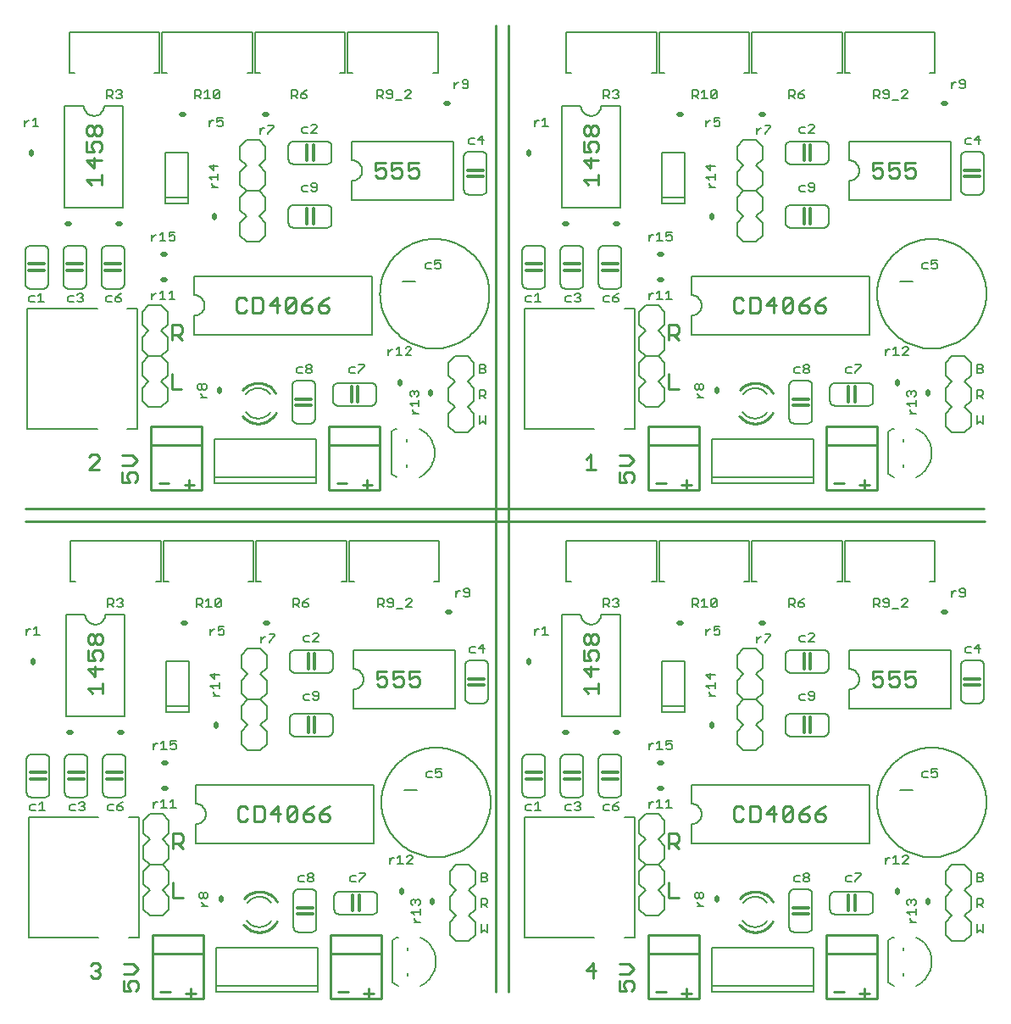
<source format=gto>
G75*
G70*
%OFA0B0*%
%FSLAX24Y24*%
%IPPOS*%
%LPD*%
%AMOC8*
5,1,8,0,0,1.08239X$1,22.5*
%
%ADD10C,0.0110*%
%ADD11C,0.0060*%
%ADD12C,0.0100*%
%ADD13C,0.0120*%
%ADD14C,0.0200*%
%ADD15C,0.0050*%
%ADD16C,0.0080*%
D10*
X008987Y006888D02*
X008888Y006987D01*
X008987Y006888D02*
X009184Y006888D01*
X009282Y006987D01*
X009282Y007085D01*
X009184Y007184D01*
X009085Y007184D01*
X009184Y007184D02*
X009282Y007282D01*
X009282Y007380D01*
X009184Y007479D01*
X008987Y007479D01*
X008888Y007380D01*
X010188Y007427D02*
X010581Y007427D01*
X010778Y007230D01*
X010581Y007033D01*
X010188Y007033D01*
X010188Y006782D02*
X010188Y006388D01*
X010483Y006388D01*
X010385Y006585D01*
X010385Y006684D01*
X010483Y006782D01*
X010680Y006782D01*
X010778Y006684D01*
X010778Y006487D01*
X010680Y006388D01*
X011638Y006334D02*
X012032Y006334D01*
X012638Y006284D02*
X013032Y006284D01*
X012835Y006480D02*
X012835Y006087D01*
X012532Y010038D02*
X012138Y010038D01*
X012138Y010629D01*
X012144Y011988D02*
X012144Y012579D01*
X012439Y012579D01*
X012537Y012480D01*
X012537Y012284D01*
X012439Y012185D01*
X012144Y012185D01*
X012341Y012185D02*
X012537Y011988D01*
X014688Y013137D02*
X014787Y013038D01*
X014984Y013038D01*
X015082Y013137D01*
X015333Y013038D02*
X015333Y013629D01*
X015628Y013629D01*
X015727Y013530D01*
X015727Y013137D01*
X015628Y013038D01*
X015333Y013038D01*
X015082Y013530D02*
X014984Y013629D01*
X014787Y013629D01*
X014688Y013530D01*
X014688Y013137D01*
X015977Y013334D02*
X016371Y013334D01*
X016273Y013629D02*
X016273Y013038D01*
X016622Y013137D02*
X017016Y013530D01*
X017016Y013137D01*
X016917Y013038D01*
X016720Y013038D01*
X016622Y013137D01*
X016622Y013530D01*
X016720Y013629D01*
X016917Y013629D01*
X017016Y013530D01*
X017267Y013334D02*
X017562Y013334D01*
X017660Y013235D01*
X017660Y013137D01*
X017562Y013038D01*
X017365Y013038D01*
X017267Y013137D01*
X017267Y013334D01*
X017463Y013530D01*
X017660Y013629D01*
X017911Y013334D02*
X018206Y013334D01*
X018305Y013235D01*
X018305Y013137D01*
X018206Y013038D01*
X018009Y013038D01*
X017911Y013137D01*
X017911Y013334D01*
X018108Y013530D01*
X018305Y013629D01*
X016273Y013629D02*
X015977Y013334D01*
X020253Y018338D02*
X020155Y018437D01*
X020253Y018338D02*
X020450Y018338D01*
X020548Y018437D01*
X020548Y018634D01*
X020450Y018732D01*
X020352Y018732D01*
X020155Y018634D01*
X020155Y018929D01*
X020548Y018929D01*
X020799Y018929D02*
X020799Y018634D01*
X020996Y018732D01*
X021094Y018732D01*
X021193Y018634D01*
X021193Y018437D01*
X021094Y018338D01*
X020898Y018338D01*
X020799Y018437D01*
X020799Y018929D02*
X021193Y018929D01*
X021444Y018929D02*
X021444Y018634D01*
X021641Y018732D01*
X021739Y018732D01*
X021837Y018634D01*
X021837Y018437D01*
X021739Y018338D01*
X021542Y018338D01*
X021444Y018437D01*
X021444Y018929D02*
X021837Y018929D01*
X028288Y019028D02*
X028583Y018733D01*
X028583Y019127D01*
X028583Y019377D02*
X028485Y019574D01*
X028485Y019673D01*
X028583Y019771D01*
X028780Y019771D01*
X028878Y019673D01*
X028878Y019476D01*
X028780Y019377D01*
X028583Y019377D02*
X028288Y019377D01*
X028288Y019771D01*
X028386Y020022D02*
X028288Y020120D01*
X028288Y020317D01*
X028386Y020416D01*
X028485Y020416D01*
X028583Y020317D01*
X028583Y020120D01*
X028485Y020022D01*
X028386Y020022D01*
X028583Y020120D02*
X028681Y020022D01*
X028780Y020022D01*
X028878Y020120D01*
X028878Y020317D01*
X028780Y020416D01*
X028681Y020416D01*
X028583Y020317D01*
X028878Y019028D02*
X028288Y019028D01*
X028288Y018285D02*
X028878Y018285D01*
X028878Y018088D02*
X028878Y018482D01*
X028485Y018088D02*
X028288Y018285D01*
X031644Y012579D02*
X031939Y012579D01*
X032037Y012480D01*
X032037Y012284D01*
X031939Y012185D01*
X031644Y012185D01*
X031841Y012185D02*
X032037Y011988D01*
X031644Y011988D02*
X031644Y012579D01*
X031638Y010629D02*
X031638Y010038D01*
X032032Y010038D01*
X030081Y007427D02*
X029688Y007427D01*
X030081Y007427D02*
X030278Y007230D01*
X030081Y007033D01*
X029688Y007033D01*
X029688Y006782D02*
X029688Y006388D01*
X029983Y006388D01*
X029885Y006585D01*
X029885Y006684D01*
X029983Y006782D01*
X030180Y006782D01*
X030278Y006684D01*
X030278Y006487D01*
X030180Y006388D01*
X031138Y006334D02*
X031532Y006334D01*
X032138Y006284D02*
X032532Y006284D01*
X032335Y006480D02*
X032335Y006087D01*
X028782Y007184D02*
X028388Y007184D01*
X028684Y007479D01*
X028684Y006888D01*
X034287Y013038D02*
X034484Y013038D01*
X034582Y013137D01*
X034833Y013038D02*
X035128Y013038D01*
X035227Y013137D01*
X035227Y013530D01*
X035128Y013629D01*
X034833Y013629D01*
X034833Y013038D01*
X034287Y013038D02*
X034188Y013137D01*
X034188Y013530D01*
X034287Y013629D01*
X034484Y013629D01*
X034582Y013530D01*
X035477Y013334D02*
X035871Y013334D01*
X035773Y013629D02*
X035477Y013334D01*
X035773Y013629D02*
X035773Y013038D01*
X036122Y013137D02*
X036122Y013530D01*
X036220Y013629D01*
X036417Y013629D01*
X036516Y013530D01*
X036122Y013137D01*
X036220Y013038D01*
X036417Y013038D01*
X036516Y013137D01*
X036516Y013530D01*
X036767Y013334D02*
X036963Y013530D01*
X037160Y013629D01*
X037062Y013334D02*
X036767Y013334D01*
X036767Y013137D01*
X036865Y013038D01*
X037062Y013038D01*
X037160Y013137D01*
X037160Y013235D01*
X037062Y013334D01*
X037411Y013334D02*
X037706Y013334D01*
X037805Y013235D01*
X037805Y013137D01*
X037706Y013038D01*
X037509Y013038D01*
X037411Y013137D01*
X037411Y013334D01*
X037608Y013530D01*
X037805Y013629D01*
X039753Y018338D02*
X039655Y018437D01*
X039753Y018338D02*
X039950Y018338D01*
X040048Y018437D01*
X040048Y018634D01*
X039950Y018732D01*
X039852Y018732D01*
X039655Y018634D01*
X039655Y018929D01*
X040048Y018929D01*
X040299Y018929D02*
X040299Y018634D01*
X040496Y018732D01*
X040594Y018732D01*
X040693Y018634D01*
X040693Y018437D01*
X040594Y018338D01*
X040398Y018338D01*
X040299Y018437D01*
X040299Y018929D02*
X040693Y018929D01*
X040944Y018929D02*
X040944Y018634D01*
X041141Y018732D01*
X041239Y018732D01*
X041337Y018634D01*
X041337Y018437D01*
X041239Y018338D01*
X041042Y018338D01*
X040944Y018437D01*
X040944Y018929D02*
X041337Y018929D01*
X039335Y026087D02*
X039335Y026480D01*
X039138Y026284D02*
X039532Y026284D01*
X038532Y026334D02*
X038138Y026334D01*
X032532Y026284D02*
X032138Y026284D01*
X032335Y026480D02*
X032335Y026087D01*
X031532Y026334D02*
X031138Y026334D01*
X030278Y026487D02*
X030180Y026388D01*
X030278Y026487D02*
X030278Y026684D01*
X030180Y026782D01*
X029983Y026782D01*
X029885Y026684D01*
X029885Y026585D01*
X029983Y026388D01*
X029688Y026388D01*
X029688Y026782D01*
X029688Y027033D02*
X030081Y027033D01*
X030278Y027230D01*
X030081Y027427D01*
X029688Y027427D01*
X028782Y026888D02*
X028388Y026888D01*
X028585Y026888D02*
X028585Y027479D01*
X028388Y027282D01*
X031638Y030038D02*
X032032Y030038D01*
X031638Y030038D02*
X031638Y030629D01*
X031644Y031988D02*
X031644Y032579D01*
X031939Y032579D01*
X032037Y032480D01*
X032037Y032284D01*
X031939Y032185D01*
X031644Y032185D01*
X031841Y032185D02*
X032037Y031988D01*
X034188Y033137D02*
X034287Y033038D01*
X034484Y033038D01*
X034582Y033137D01*
X034833Y033038D02*
X035128Y033038D01*
X035227Y033137D01*
X035227Y033530D01*
X035128Y033629D01*
X034833Y033629D01*
X034833Y033038D01*
X034582Y033530D02*
X034484Y033629D01*
X034287Y033629D01*
X034188Y033530D01*
X034188Y033137D01*
X035477Y033334D02*
X035871Y033334D01*
X035773Y033629D02*
X035477Y033334D01*
X035773Y033629D02*
X035773Y033038D01*
X036122Y033137D02*
X036516Y033530D01*
X036516Y033137D01*
X036417Y033038D01*
X036220Y033038D01*
X036122Y033137D01*
X036122Y033530D01*
X036220Y033629D01*
X036417Y033629D01*
X036516Y033530D01*
X036767Y033334D02*
X037062Y033334D01*
X037160Y033235D01*
X037160Y033137D01*
X037062Y033038D01*
X036865Y033038D01*
X036767Y033137D01*
X036767Y033334D01*
X036963Y033530D01*
X037160Y033629D01*
X037411Y033334D02*
X037706Y033334D01*
X037805Y033235D01*
X037805Y033137D01*
X037706Y033038D01*
X037509Y033038D01*
X037411Y033137D01*
X037411Y033334D01*
X037608Y033530D01*
X037805Y033629D01*
X039753Y038338D02*
X039655Y038437D01*
X039753Y038338D02*
X039950Y038338D01*
X040048Y038437D01*
X040048Y038634D01*
X039950Y038732D01*
X039852Y038732D01*
X039655Y038634D01*
X039655Y038929D01*
X040048Y038929D01*
X040299Y038929D02*
X040299Y038634D01*
X040496Y038732D01*
X040594Y038732D01*
X040693Y038634D01*
X040693Y038437D01*
X040594Y038338D01*
X040398Y038338D01*
X040299Y038437D01*
X040299Y038929D02*
X040693Y038929D01*
X040944Y038929D02*
X040944Y038634D01*
X041141Y038732D01*
X041239Y038732D01*
X041337Y038634D01*
X041337Y038437D01*
X041239Y038338D01*
X041042Y038338D01*
X040944Y038437D01*
X040944Y038929D02*
X041337Y038929D01*
X028878Y039028D02*
X028288Y039028D01*
X028583Y038733D01*
X028583Y039127D01*
X028583Y039377D02*
X028288Y039377D01*
X028288Y039771D01*
X028485Y039673D02*
X028583Y039771D01*
X028780Y039771D01*
X028878Y039673D01*
X028878Y039476D01*
X028780Y039377D01*
X028583Y039377D02*
X028485Y039574D01*
X028485Y039673D01*
X028485Y040022D02*
X028386Y040022D01*
X028288Y040120D01*
X028288Y040317D01*
X028386Y040416D01*
X028485Y040416D01*
X028583Y040317D01*
X028583Y040120D01*
X028485Y040022D01*
X028583Y040120D02*
X028681Y040022D01*
X028780Y040022D01*
X028878Y040120D01*
X028878Y040317D01*
X028780Y040416D01*
X028681Y040416D01*
X028583Y040317D01*
X028878Y038482D02*
X028878Y038088D01*
X028878Y038285D02*
X028288Y038285D01*
X028485Y038088D01*
X021787Y038437D02*
X021689Y038338D01*
X021492Y038338D01*
X021394Y038437D01*
X021394Y038634D02*
X021591Y038732D01*
X021689Y038732D01*
X021787Y038634D01*
X021787Y038437D01*
X021394Y038634D02*
X021394Y038929D01*
X021787Y038929D01*
X021143Y038929D02*
X020749Y038929D01*
X020749Y038634D01*
X020946Y038732D01*
X021044Y038732D01*
X021143Y038634D01*
X021143Y038437D01*
X021044Y038338D01*
X020848Y038338D01*
X020749Y038437D01*
X020498Y038437D02*
X020400Y038338D01*
X020203Y038338D01*
X020105Y038437D01*
X020105Y038634D02*
X020302Y038732D01*
X020400Y038732D01*
X020498Y038634D01*
X020498Y038437D01*
X020105Y038634D02*
X020105Y038929D01*
X020498Y038929D01*
X018255Y033629D02*
X018058Y033530D01*
X017861Y033334D01*
X018156Y033334D01*
X018255Y033235D01*
X018255Y033137D01*
X018156Y033038D01*
X017959Y033038D01*
X017861Y033137D01*
X017861Y033334D01*
X017610Y033235D02*
X017512Y033334D01*
X017217Y033334D01*
X017217Y033137D01*
X017315Y033038D01*
X017512Y033038D01*
X017610Y033137D01*
X017610Y033235D01*
X017413Y033530D02*
X017217Y033334D01*
X017413Y033530D02*
X017610Y033629D01*
X016966Y033530D02*
X016572Y033137D01*
X016670Y033038D01*
X016867Y033038D01*
X016966Y033137D01*
X016966Y033530D01*
X016867Y033629D01*
X016670Y033629D01*
X016572Y033530D01*
X016572Y033137D01*
X016321Y033334D02*
X015927Y033334D01*
X016223Y033629D01*
X016223Y033038D01*
X015677Y033137D02*
X015578Y033038D01*
X015283Y033038D01*
X015283Y033629D01*
X015578Y033629D01*
X015677Y033530D01*
X015677Y033137D01*
X015032Y033137D02*
X014934Y033038D01*
X014737Y033038D01*
X014638Y033137D01*
X014638Y033530D01*
X014737Y033629D01*
X014934Y033629D01*
X015032Y033530D01*
X012487Y032480D02*
X012487Y032284D01*
X012389Y032185D01*
X012094Y032185D01*
X012291Y032185D02*
X012487Y031988D01*
X012094Y031988D02*
X012094Y032579D01*
X012389Y032579D01*
X012487Y032480D01*
X012088Y030629D02*
X012088Y030038D01*
X012482Y030038D01*
X010531Y027427D02*
X010138Y027427D01*
X010531Y027427D02*
X010728Y027230D01*
X010531Y027033D01*
X010138Y027033D01*
X010138Y026782D02*
X010138Y026388D01*
X010433Y026388D01*
X010335Y026585D01*
X010335Y026684D01*
X010433Y026782D01*
X010630Y026782D01*
X010728Y026684D01*
X010728Y026487D01*
X010630Y026388D01*
X011588Y026334D02*
X011982Y026334D01*
X012588Y026284D02*
X012982Y026284D01*
X012785Y026480D02*
X012785Y026087D01*
X009232Y026888D02*
X008838Y026888D01*
X009232Y027282D01*
X009232Y027380D01*
X009134Y027479D01*
X008937Y027479D01*
X008838Y027380D01*
X008886Y020416D02*
X008985Y020416D01*
X009083Y020317D01*
X009083Y020120D01*
X008985Y020022D01*
X008886Y020022D01*
X008788Y020120D01*
X008788Y020317D01*
X008886Y020416D01*
X009083Y020317D02*
X009181Y020416D01*
X009280Y020416D01*
X009378Y020317D01*
X009378Y020120D01*
X009280Y020022D01*
X009181Y020022D01*
X009083Y020120D01*
X009083Y019771D02*
X009280Y019771D01*
X009378Y019673D01*
X009378Y019476D01*
X009280Y019377D01*
X009083Y019377D02*
X008985Y019574D01*
X008985Y019673D01*
X009083Y019771D01*
X008788Y019771D02*
X008788Y019377D01*
X009083Y019377D01*
X009083Y019127D02*
X009083Y018733D01*
X008788Y019028D01*
X009378Y019028D01*
X009378Y018482D02*
X009378Y018088D01*
X009378Y018285D02*
X008788Y018285D01*
X008985Y018088D01*
X018588Y026334D02*
X018982Y026334D01*
X019588Y026284D02*
X019982Y026284D01*
X019785Y026480D02*
X019785Y026087D01*
X009328Y038088D02*
X009328Y038482D01*
X009328Y038285D02*
X008738Y038285D01*
X008935Y038088D01*
X009033Y038733D02*
X009033Y039127D01*
X009033Y039377D02*
X008935Y039574D01*
X008935Y039673D01*
X009033Y039771D01*
X009230Y039771D01*
X009328Y039673D01*
X009328Y039476D01*
X009230Y039377D01*
X009033Y039377D02*
X008738Y039377D01*
X008738Y039771D01*
X008836Y040022D02*
X008935Y040022D01*
X009033Y040120D01*
X009033Y040317D01*
X009131Y040416D01*
X009230Y040416D01*
X009328Y040317D01*
X009328Y040120D01*
X009230Y040022D01*
X009131Y040022D01*
X009033Y040120D01*
X009033Y040317D02*
X008935Y040416D01*
X008836Y040416D01*
X008738Y040317D01*
X008738Y040120D01*
X008836Y040022D01*
X008738Y039028D02*
X009033Y038733D01*
X009328Y039028D02*
X008738Y039028D01*
X018638Y006334D02*
X019032Y006334D01*
X019638Y006284D02*
X020032Y006284D01*
X019835Y006480D02*
X019835Y006087D01*
X038138Y006334D02*
X038532Y006334D01*
X039138Y006284D02*
X039532Y006284D01*
X039335Y006480D02*
X039335Y006087D01*
D11*
X037083Y008683D02*
X036583Y008683D01*
X036557Y008685D01*
X036531Y008690D01*
X036506Y008698D01*
X036483Y008710D01*
X036461Y008724D01*
X036442Y008742D01*
X036424Y008761D01*
X036410Y008783D01*
X036398Y008806D01*
X036390Y008831D01*
X036385Y008857D01*
X036383Y008883D01*
X036383Y010183D01*
X036385Y010209D01*
X036390Y010235D01*
X036398Y010260D01*
X036410Y010283D01*
X036424Y010305D01*
X036442Y010324D01*
X036461Y010342D01*
X036483Y010356D01*
X036506Y010368D01*
X036531Y010376D01*
X036557Y010381D01*
X036583Y010383D01*
X037083Y010383D01*
X037109Y010381D01*
X037135Y010376D01*
X037160Y010368D01*
X037183Y010356D01*
X037205Y010342D01*
X037224Y010324D01*
X037242Y010305D01*
X037256Y010283D01*
X037268Y010260D01*
X037276Y010235D01*
X037281Y010209D01*
X037283Y010183D01*
X037283Y008883D01*
X037281Y008857D01*
X037276Y008831D01*
X037268Y008806D01*
X037256Y008783D01*
X037242Y008761D01*
X037224Y008742D01*
X037205Y008724D01*
X037183Y008710D01*
X037160Y008698D01*
X037135Y008690D01*
X037109Y008685D01*
X037083Y008683D01*
X037983Y009583D02*
X037983Y010083D01*
X037985Y010109D01*
X037990Y010135D01*
X037998Y010160D01*
X038010Y010183D01*
X038024Y010205D01*
X038042Y010224D01*
X038061Y010242D01*
X038083Y010256D01*
X038106Y010268D01*
X038131Y010276D01*
X038157Y010281D01*
X038183Y010283D01*
X039483Y010283D01*
X039509Y010281D01*
X039535Y010276D01*
X039560Y010268D01*
X039583Y010256D01*
X039605Y010242D01*
X039624Y010224D01*
X039642Y010205D01*
X039656Y010183D01*
X039668Y010160D01*
X039676Y010135D01*
X039681Y010109D01*
X039683Y010083D01*
X039683Y009583D01*
X039681Y009557D01*
X039676Y009531D01*
X039668Y009506D01*
X039656Y009483D01*
X039642Y009461D01*
X039624Y009442D01*
X039605Y009424D01*
X039583Y009410D01*
X039560Y009398D01*
X039535Y009390D01*
X039509Y009385D01*
X039483Y009383D01*
X038183Y009383D01*
X038157Y009385D01*
X038131Y009390D01*
X038106Y009398D01*
X038083Y009410D01*
X038061Y009424D01*
X038042Y009442D01*
X038024Y009461D01*
X038010Y009483D01*
X037998Y009506D01*
X037990Y009531D01*
X037985Y009557D01*
X037983Y009583D01*
X038670Y010663D02*
X038840Y010663D01*
X038982Y010663D02*
X038982Y010720D01*
X039209Y010947D01*
X039209Y011004D01*
X038982Y011004D01*
X038840Y010890D02*
X038670Y010890D01*
X038613Y010833D01*
X038613Y010720D01*
X038670Y010663D01*
X037159Y010720D02*
X037102Y010663D01*
X036988Y010663D01*
X036932Y010720D01*
X036932Y010777D01*
X036988Y010833D01*
X037102Y010833D01*
X037159Y010777D01*
X037159Y010720D01*
X037102Y010833D02*
X037159Y010890D01*
X037159Y010947D01*
X037102Y011004D01*
X036988Y011004D01*
X036932Y010947D01*
X036932Y010890D01*
X036988Y010833D01*
X036790Y010890D02*
X036620Y010890D01*
X036563Y010833D01*
X036563Y010720D01*
X036620Y010663D01*
X036790Y010663D01*
X035033Y008883D02*
X034986Y008885D01*
X034938Y008891D01*
X034892Y008900D01*
X034846Y008913D01*
X034802Y008929D01*
X034758Y008950D01*
X034717Y008973D01*
X034678Y008999D01*
X034641Y009029D01*
X034606Y009062D01*
X034574Y009097D01*
X034545Y009134D01*
X035033Y010083D02*
X035078Y010081D01*
X035124Y010076D01*
X035168Y010068D01*
X035212Y010056D01*
X035255Y010040D01*
X035297Y010022D01*
X035337Y010000D01*
X035375Y009976D01*
X035411Y009949D01*
X035446Y009919D01*
X035477Y009886D01*
X035507Y009851D01*
X035033Y010083D02*
X034988Y010081D01*
X034942Y010076D01*
X034898Y010068D01*
X034854Y010056D01*
X034811Y010040D01*
X034769Y010022D01*
X034729Y010000D01*
X034691Y009976D01*
X034655Y009949D01*
X034620Y009919D01*
X034589Y009886D01*
X034559Y009851D01*
X035033Y008883D02*
X035079Y008885D01*
X035125Y008890D01*
X035171Y008899D01*
X035216Y008911D01*
X035259Y008927D01*
X035301Y008946D01*
X035342Y008969D01*
X035381Y008994D01*
X035417Y009022D01*
X035452Y009053D01*
X035484Y009087D01*
X035513Y009123D01*
X033003Y009713D02*
X032776Y009713D01*
X032890Y009713D02*
X032776Y009827D01*
X032776Y009883D01*
X032776Y010020D02*
X032720Y010020D01*
X032663Y010077D01*
X032663Y010190D01*
X032720Y010247D01*
X032776Y010247D01*
X032833Y010190D01*
X032833Y010077D01*
X032776Y010020D01*
X032833Y010077D02*
X032890Y010020D01*
X032947Y010020D01*
X033003Y010077D01*
X033003Y010190D01*
X032947Y010247D01*
X032890Y010247D01*
X032833Y010190D01*
X032533Y012183D02*
X032533Y012933D01*
X032572Y012935D01*
X032611Y012941D01*
X032649Y012950D01*
X032686Y012963D01*
X032722Y012980D01*
X032755Y013000D01*
X032787Y013024D01*
X032816Y013050D01*
X032842Y013079D01*
X032866Y013111D01*
X032886Y013144D01*
X032903Y013180D01*
X032916Y013217D01*
X032925Y013255D01*
X032931Y013294D01*
X032933Y013333D01*
X032931Y013372D01*
X032925Y013411D01*
X032916Y013449D01*
X032903Y013486D01*
X032886Y013522D01*
X032866Y013555D01*
X032842Y013587D01*
X032816Y013616D01*
X032787Y013642D01*
X032755Y013666D01*
X032722Y013686D01*
X032686Y013703D01*
X032649Y013716D01*
X032611Y013725D01*
X032572Y013731D01*
X032533Y013733D01*
X032533Y014483D01*
X039533Y014483D01*
X039533Y012183D01*
X032533Y012183D01*
X031765Y013563D02*
X031539Y013563D01*
X031652Y013563D02*
X031652Y013904D01*
X031539Y013790D01*
X031397Y013563D02*
X031170Y013563D01*
X031284Y013563D02*
X031284Y013904D01*
X031170Y013790D01*
X031033Y013790D02*
X030977Y013790D01*
X030863Y013677D01*
X030863Y013790D02*
X030863Y013563D01*
X029659Y013577D02*
X029602Y013633D01*
X029432Y013633D01*
X029432Y013520D01*
X029488Y013463D01*
X029602Y013463D01*
X029659Y013520D01*
X029659Y013577D01*
X029545Y013747D02*
X029432Y013633D01*
X029290Y013690D02*
X029120Y013690D01*
X029063Y013633D01*
X029063Y013520D01*
X029120Y013463D01*
X029290Y013463D01*
X029545Y013747D02*
X029659Y013804D01*
X029583Y013983D02*
X029083Y013983D01*
X029057Y013985D01*
X029031Y013990D01*
X029006Y013998D01*
X028983Y014010D01*
X028961Y014024D01*
X028942Y014042D01*
X028924Y014061D01*
X028910Y014083D01*
X028898Y014106D01*
X028890Y014131D01*
X028885Y014157D01*
X028883Y014183D01*
X028883Y015483D01*
X028885Y015509D01*
X028890Y015535D01*
X028898Y015560D01*
X028910Y015583D01*
X028924Y015605D01*
X028942Y015624D01*
X028961Y015642D01*
X028983Y015656D01*
X029006Y015668D01*
X029031Y015676D01*
X029057Y015681D01*
X029083Y015683D01*
X029583Y015683D01*
X029609Y015681D01*
X029635Y015676D01*
X029660Y015668D01*
X029683Y015656D01*
X029705Y015642D01*
X029724Y015624D01*
X029742Y015605D01*
X029756Y015583D01*
X029768Y015560D01*
X029776Y015535D01*
X029781Y015509D01*
X029783Y015483D01*
X029783Y014183D01*
X029781Y014157D01*
X029776Y014131D01*
X029768Y014106D01*
X029756Y014083D01*
X029742Y014061D01*
X029724Y014042D01*
X029705Y014024D01*
X029683Y014010D01*
X029660Y013998D01*
X029635Y013990D01*
X029609Y013985D01*
X029583Y013983D01*
X028283Y014183D02*
X028283Y015483D01*
X028281Y015509D01*
X028276Y015535D01*
X028268Y015560D01*
X028256Y015583D01*
X028242Y015605D01*
X028224Y015624D01*
X028205Y015642D01*
X028183Y015656D01*
X028160Y015668D01*
X028135Y015676D01*
X028109Y015681D01*
X028083Y015683D01*
X027583Y015683D01*
X027557Y015681D01*
X027531Y015676D01*
X027506Y015668D01*
X027483Y015656D01*
X027461Y015642D01*
X027442Y015624D01*
X027424Y015605D01*
X027410Y015583D01*
X027398Y015560D01*
X027390Y015535D01*
X027385Y015509D01*
X027383Y015483D01*
X027383Y014183D01*
X027385Y014157D01*
X027390Y014131D01*
X027398Y014106D01*
X027410Y014083D01*
X027424Y014061D01*
X027442Y014042D01*
X027461Y014024D01*
X027483Y014010D01*
X027506Y013998D01*
X027531Y013990D01*
X027557Y013985D01*
X027583Y013983D01*
X028083Y013983D01*
X028102Y013804D02*
X028159Y013747D01*
X028159Y013690D01*
X028102Y013633D01*
X028159Y013577D01*
X028159Y013520D01*
X028102Y013463D01*
X027988Y013463D01*
X027932Y013520D01*
X027790Y013463D02*
X027620Y013463D01*
X027563Y013520D01*
X027563Y013633D01*
X027620Y013690D01*
X027790Y013690D01*
X027932Y013747D02*
X027988Y013804D01*
X028102Y013804D01*
X028102Y013633D02*
X028045Y013633D01*
X028083Y013983D02*
X028109Y013985D01*
X028135Y013990D01*
X028160Y013998D01*
X028183Y014010D01*
X028205Y014024D01*
X028224Y014042D01*
X028242Y014061D01*
X028256Y014083D01*
X028268Y014106D01*
X028276Y014131D01*
X028281Y014157D01*
X028283Y014183D01*
X026783Y014183D02*
X026783Y015483D01*
X026781Y015509D01*
X026776Y015535D01*
X026768Y015560D01*
X026756Y015583D01*
X026742Y015605D01*
X026724Y015624D01*
X026705Y015642D01*
X026683Y015656D01*
X026660Y015668D01*
X026635Y015676D01*
X026609Y015681D01*
X026583Y015683D01*
X026083Y015683D01*
X026057Y015681D01*
X026031Y015676D01*
X026006Y015668D01*
X025983Y015656D01*
X025961Y015642D01*
X025942Y015624D01*
X025924Y015605D01*
X025910Y015583D01*
X025898Y015560D01*
X025890Y015535D01*
X025885Y015509D01*
X025883Y015483D01*
X025883Y014183D01*
X025885Y014157D01*
X025890Y014131D01*
X025898Y014106D01*
X025910Y014083D01*
X025924Y014061D01*
X025942Y014042D01*
X025961Y014024D01*
X025983Y014010D01*
X026006Y013998D01*
X026031Y013990D01*
X026057Y013985D01*
X026083Y013983D01*
X026583Y013983D01*
X026495Y013804D02*
X026495Y013463D01*
X026382Y013463D02*
X026609Y013463D01*
X026382Y013690D02*
X026495Y013804D01*
X026240Y013690D02*
X026070Y013690D01*
X026013Y013633D01*
X026013Y013520D01*
X026070Y013463D01*
X026240Y013463D01*
X026583Y013983D02*
X026609Y013985D01*
X026635Y013990D01*
X026660Y013998D01*
X026683Y014010D01*
X026705Y014024D01*
X026724Y014042D01*
X026742Y014061D01*
X026756Y014083D01*
X026768Y014106D01*
X026776Y014131D01*
X026781Y014157D01*
X026783Y014183D01*
X027433Y017183D02*
X029733Y017183D01*
X029733Y021183D01*
X028983Y021183D01*
X029077Y021463D02*
X029077Y021804D01*
X029247Y021804D01*
X029304Y021747D01*
X029304Y021633D01*
X029247Y021577D01*
X029077Y021577D01*
X029190Y021577D02*
X029304Y021463D01*
X029445Y021520D02*
X029502Y021463D01*
X029615Y021463D01*
X029672Y021520D01*
X029672Y021577D01*
X029615Y021633D01*
X029558Y021633D01*
X029615Y021633D02*
X029672Y021690D01*
X029672Y021747D01*
X029615Y021804D01*
X029502Y021804D01*
X029445Y021747D01*
X028983Y021183D02*
X028981Y021144D01*
X028975Y021105D01*
X028966Y021067D01*
X028953Y021030D01*
X028936Y020994D01*
X028916Y020961D01*
X028892Y020929D01*
X028866Y020900D01*
X028837Y020874D01*
X028805Y020850D01*
X028772Y020830D01*
X028736Y020813D01*
X028699Y020800D01*
X028661Y020791D01*
X028622Y020785D01*
X028583Y020783D01*
X028544Y020785D01*
X028505Y020791D01*
X028467Y020800D01*
X028430Y020813D01*
X028394Y020830D01*
X028361Y020850D01*
X028329Y020874D01*
X028300Y020900D01*
X028274Y020929D01*
X028250Y020961D01*
X028230Y020994D01*
X028213Y021030D01*
X028200Y021067D01*
X028191Y021105D01*
X028185Y021144D01*
X028183Y021183D01*
X027433Y021183D01*
X027433Y017183D01*
X024533Y017883D02*
X024533Y019183D01*
X024531Y019209D01*
X024526Y019235D01*
X024518Y019260D01*
X024506Y019283D01*
X024492Y019305D01*
X024474Y019324D01*
X024455Y019342D01*
X024433Y019356D01*
X024410Y019368D01*
X024385Y019376D01*
X024359Y019381D01*
X024333Y019383D01*
X023833Y019383D01*
X023807Y019381D01*
X023781Y019376D01*
X023756Y019368D01*
X023733Y019356D01*
X023711Y019342D01*
X023692Y019324D01*
X023674Y019305D01*
X023660Y019283D01*
X023648Y019260D01*
X023640Y019235D01*
X023635Y019209D01*
X023633Y019183D01*
X023633Y017883D01*
X023635Y017857D01*
X023640Y017831D01*
X023648Y017806D01*
X023660Y017783D01*
X023674Y017761D01*
X023692Y017742D01*
X023711Y017724D01*
X023733Y017710D01*
X023756Y017698D01*
X023781Y017690D01*
X023807Y017685D01*
X023833Y017683D01*
X024333Y017683D01*
X024359Y017685D01*
X024385Y017690D01*
X024410Y017698D01*
X024433Y017710D01*
X024455Y017724D01*
X024474Y017742D01*
X024492Y017761D01*
X024506Y017783D01*
X024518Y017806D01*
X024526Y017831D01*
X024531Y017857D01*
X024533Y017883D01*
X023233Y017483D02*
X023233Y019783D01*
X019233Y019783D01*
X019233Y019033D01*
X019272Y019031D01*
X019311Y019025D01*
X019349Y019016D01*
X019386Y019003D01*
X019422Y018986D01*
X019455Y018966D01*
X019487Y018942D01*
X019516Y018916D01*
X019542Y018887D01*
X019566Y018855D01*
X019586Y018822D01*
X019603Y018786D01*
X019616Y018749D01*
X019625Y018711D01*
X019631Y018672D01*
X019633Y018633D01*
X019631Y018594D01*
X019625Y018555D01*
X019616Y018517D01*
X019603Y018480D01*
X019586Y018444D01*
X019566Y018411D01*
X019542Y018379D01*
X019516Y018350D01*
X019487Y018324D01*
X019455Y018300D01*
X019422Y018280D01*
X019386Y018263D01*
X019349Y018250D01*
X019311Y018241D01*
X019272Y018235D01*
X019233Y018233D01*
X019233Y017483D01*
X023233Y017483D01*
X022709Y015104D02*
X022482Y015104D01*
X022482Y014933D01*
X022595Y014990D01*
X022652Y014990D01*
X022709Y014933D01*
X022709Y014820D01*
X022652Y014763D01*
X022538Y014763D01*
X022482Y014820D01*
X022340Y014763D02*
X022170Y014763D01*
X022113Y014820D01*
X022113Y014933D01*
X022170Y014990D01*
X022340Y014990D01*
X020033Y014483D02*
X020033Y012183D01*
X013033Y012183D01*
X013033Y012933D01*
X013072Y012935D01*
X013111Y012941D01*
X013149Y012950D01*
X013186Y012963D01*
X013222Y012980D01*
X013255Y013000D01*
X013287Y013024D01*
X013316Y013050D01*
X013342Y013079D01*
X013366Y013111D01*
X013386Y013144D01*
X013403Y013180D01*
X013416Y013217D01*
X013425Y013255D01*
X013431Y013294D01*
X013433Y013333D01*
X013431Y013372D01*
X013425Y013411D01*
X013416Y013449D01*
X013403Y013486D01*
X013386Y013522D01*
X013366Y013555D01*
X013342Y013587D01*
X013316Y013616D01*
X013287Y013642D01*
X013255Y013666D01*
X013222Y013686D01*
X013186Y013703D01*
X013149Y013716D01*
X013111Y013725D01*
X013072Y013731D01*
X013033Y013733D01*
X013033Y014483D01*
X020033Y014483D01*
X018233Y016383D02*
X016933Y016383D01*
X016907Y016385D01*
X016881Y016390D01*
X016856Y016398D01*
X016833Y016410D01*
X016811Y016424D01*
X016792Y016442D01*
X016774Y016461D01*
X016760Y016483D01*
X016748Y016506D01*
X016740Y016531D01*
X016735Y016557D01*
X016733Y016583D01*
X016733Y017083D01*
X016735Y017109D01*
X016740Y017135D01*
X016748Y017160D01*
X016760Y017183D01*
X016774Y017205D01*
X016792Y017224D01*
X016811Y017242D01*
X016833Y017256D01*
X016856Y017268D01*
X016881Y017276D01*
X016907Y017281D01*
X016933Y017283D01*
X018233Y017283D01*
X018259Y017281D01*
X018285Y017276D01*
X018310Y017268D01*
X018333Y017256D01*
X018355Y017242D01*
X018374Y017224D01*
X018392Y017205D01*
X018406Y017183D01*
X018418Y017160D01*
X018426Y017135D01*
X018431Y017109D01*
X018433Y017083D01*
X018433Y016583D01*
X018431Y016557D01*
X018426Y016531D01*
X018418Y016506D01*
X018406Y016483D01*
X018392Y016461D01*
X018374Y016442D01*
X018355Y016424D01*
X018333Y016410D01*
X018310Y016398D01*
X018285Y016390D01*
X018259Y016385D01*
X018233Y016383D01*
X017802Y017813D02*
X017688Y017813D01*
X017632Y017870D01*
X017688Y017983D02*
X017859Y017983D01*
X017859Y017870D02*
X017859Y018097D01*
X017802Y018154D01*
X017688Y018154D01*
X017632Y018097D01*
X017632Y018040D01*
X017688Y017983D01*
X017802Y017813D02*
X017859Y017870D01*
X017490Y017813D02*
X017320Y017813D01*
X017263Y017870D01*
X017263Y017983D01*
X017320Y018040D01*
X017490Y018040D01*
X016933Y018883D02*
X018233Y018883D01*
X018259Y018885D01*
X018285Y018890D01*
X018310Y018898D01*
X018333Y018910D01*
X018355Y018924D01*
X018374Y018942D01*
X018392Y018961D01*
X018406Y018983D01*
X018418Y019006D01*
X018426Y019031D01*
X018431Y019057D01*
X018433Y019083D01*
X018433Y019583D01*
X018431Y019609D01*
X018426Y019635D01*
X018418Y019660D01*
X018406Y019683D01*
X018392Y019705D01*
X018374Y019724D01*
X018355Y019742D01*
X018333Y019756D01*
X018310Y019768D01*
X018285Y019776D01*
X018259Y019781D01*
X018233Y019783D01*
X016933Y019783D01*
X016907Y019781D01*
X016881Y019776D01*
X016856Y019768D01*
X016833Y019756D01*
X016811Y019742D01*
X016792Y019724D01*
X016774Y019705D01*
X016760Y019683D01*
X016748Y019660D01*
X016740Y019635D01*
X016735Y019609D01*
X016733Y019583D01*
X016733Y019083D01*
X016735Y019057D01*
X016740Y019031D01*
X016748Y019006D01*
X016760Y018983D01*
X016774Y018961D01*
X016792Y018942D01*
X016811Y018924D01*
X016833Y018910D01*
X016856Y018898D01*
X016881Y018890D01*
X016907Y018885D01*
X016933Y018883D01*
X017320Y020113D02*
X017490Y020113D01*
X017632Y020113D02*
X017859Y020340D01*
X017859Y020397D01*
X017802Y020454D01*
X017688Y020454D01*
X017632Y020397D01*
X017490Y020340D02*
X017320Y020340D01*
X017263Y020283D01*
X017263Y020170D01*
X017320Y020113D01*
X017632Y020113D02*
X017859Y020113D01*
X017402Y021463D02*
X017459Y021520D01*
X017459Y021577D01*
X017402Y021633D01*
X017232Y021633D01*
X017232Y021520D01*
X017288Y021463D01*
X017402Y021463D01*
X017232Y021633D02*
X017345Y021747D01*
X017459Y021804D01*
X017090Y021747D02*
X017090Y021633D01*
X017033Y021577D01*
X016863Y021577D01*
X016863Y021463D02*
X016863Y021804D01*
X017033Y021804D01*
X017090Y021747D01*
X016977Y021577D02*
X017090Y021463D01*
X016147Y020404D02*
X016147Y020347D01*
X015920Y020120D01*
X015920Y020063D01*
X015783Y020290D02*
X015727Y020290D01*
X015613Y020177D01*
X015613Y020290D02*
X015613Y020063D01*
X015920Y020404D02*
X016147Y020404D01*
X014147Y020420D02*
X014090Y020363D01*
X013977Y020363D01*
X013920Y020420D01*
X013920Y020533D02*
X014034Y020590D01*
X014090Y020590D01*
X014147Y020533D01*
X014147Y020420D01*
X013920Y020533D02*
X013920Y020704D01*
X014147Y020704D01*
X013783Y020590D02*
X013727Y020590D01*
X013613Y020477D01*
X013613Y020590D02*
X013613Y020363D01*
X013659Y021463D02*
X013432Y021463D01*
X013545Y021463D02*
X013545Y021804D01*
X013432Y021690D01*
X013290Y021633D02*
X013233Y021577D01*
X013063Y021577D01*
X013063Y021463D02*
X013063Y021804D01*
X013233Y021804D01*
X013290Y021747D01*
X013290Y021633D01*
X013177Y021577D02*
X013290Y021463D01*
X013800Y021520D02*
X014027Y021747D01*
X014027Y021520D01*
X013970Y021463D01*
X013857Y021463D01*
X013800Y021520D01*
X013800Y021747D01*
X013857Y021804D01*
X013970Y021804D01*
X014027Y021747D01*
X013783Y018865D02*
X013783Y018639D01*
X013613Y018809D01*
X013953Y018809D01*
X013953Y018497D02*
X013953Y018270D01*
X013953Y018384D02*
X013613Y018384D01*
X013726Y018270D01*
X013726Y018133D02*
X013726Y018077D01*
X013840Y017963D01*
X013953Y017963D02*
X013726Y017963D01*
X012265Y016204D02*
X012039Y016204D01*
X012039Y016033D01*
X012152Y016090D01*
X012209Y016090D01*
X012265Y016033D01*
X012265Y015920D01*
X012209Y015863D01*
X012095Y015863D01*
X012039Y015920D01*
X011897Y015863D02*
X011670Y015863D01*
X011784Y015863D02*
X011784Y016204D01*
X011670Y016090D01*
X011533Y016090D02*
X011477Y016090D01*
X011363Y015977D01*
X011363Y016090D02*
X011363Y015863D01*
X010283Y015483D02*
X010283Y014183D01*
X010281Y014157D01*
X010276Y014131D01*
X010268Y014106D01*
X010256Y014083D01*
X010242Y014061D01*
X010224Y014042D01*
X010205Y014024D01*
X010183Y014010D01*
X010160Y013998D01*
X010135Y013990D01*
X010109Y013985D01*
X010083Y013983D01*
X009583Y013983D01*
X009557Y013985D01*
X009531Y013990D01*
X009506Y013998D01*
X009483Y014010D01*
X009461Y014024D01*
X009442Y014042D01*
X009424Y014061D01*
X009410Y014083D01*
X009398Y014106D01*
X009390Y014131D01*
X009385Y014157D01*
X009383Y014183D01*
X009383Y015483D01*
X009385Y015509D01*
X009390Y015535D01*
X009398Y015560D01*
X009410Y015583D01*
X009424Y015605D01*
X009442Y015624D01*
X009461Y015642D01*
X009483Y015656D01*
X009506Y015668D01*
X009531Y015676D01*
X009557Y015681D01*
X009583Y015683D01*
X010083Y015683D01*
X010109Y015681D01*
X010135Y015676D01*
X010160Y015668D01*
X010183Y015656D01*
X010205Y015642D01*
X010224Y015624D01*
X010242Y015605D01*
X010256Y015583D01*
X010268Y015560D01*
X010276Y015535D01*
X010281Y015509D01*
X010283Y015483D01*
X008783Y015483D02*
X008783Y014183D01*
X008781Y014157D01*
X008776Y014131D01*
X008768Y014106D01*
X008756Y014083D01*
X008742Y014061D01*
X008724Y014042D01*
X008705Y014024D01*
X008683Y014010D01*
X008660Y013998D01*
X008635Y013990D01*
X008609Y013985D01*
X008583Y013983D01*
X008083Y013983D01*
X008057Y013985D01*
X008031Y013990D01*
X008006Y013998D01*
X007983Y014010D01*
X007961Y014024D01*
X007942Y014042D01*
X007924Y014061D01*
X007910Y014083D01*
X007898Y014106D01*
X007890Y014131D01*
X007885Y014157D01*
X007883Y014183D01*
X007883Y015483D01*
X007885Y015509D01*
X007890Y015535D01*
X007898Y015560D01*
X007910Y015583D01*
X007924Y015605D01*
X007942Y015624D01*
X007961Y015642D01*
X007983Y015656D01*
X008006Y015668D01*
X008031Y015676D01*
X008057Y015681D01*
X008083Y015683D01*
X008583Y015683D01*
X008609Y015681D01*
X008635Y015676D01*
X008660Y015668D01*
X008683Y015656D01*
X008705Y015642D01*
X008724Y015624D01*
X008742Y015605D01*
X008756Y015583D01*
X008768Y015560D01*
X008776Y015535D01*
X008781Y015509D01*
X008783Y015483D01*
X007283Y015483D02*
X007283Y014183D01*
X007281Y014157D01*
X007276Y014131D01*
X007268Y014106D01*
X007256Y014083D01*
X007242Y014061D01*
X007224Y014042D01*
X007205Y014024D01*
X007183Y014010D01*
X007160Y013998D01*
X007135Y013990D01*
X007109Y013985D01*
X007083Y013983D01*
X006583Y013983D01*
X006557Y013985D01*
X006531Y013990D01*
X006506Y013998D01*
X006483Y014010D01*
X006461Y014024D01*
X006442Y014042D01*
X006424Y014061D01*
X006410Y014083D01*
X006398Y014106D01*
X006390Y014131D01*
X006385Y014157D01*
X006383Y014183D01*
X006383Y015483D01*
X006385Y015509D01*
X006390Y015535D01*
X006398Y015560D01*
X006410Y015583D01*
X006424Y015605D01*
X006442Y015624D01*
X006461Y015642D01*
X006483Y015656D01*
X006506Y015668D01*
X006531Y015676D01*
X006557Y015681D01*
X006583Y015683D01*
X007083Y015683D01*
X007109Y015681D01*
X007135Y015676D01*
X007160Y015668D01*
X007183Y015656D01*
X007205Y015642D01*
X007224Y015624D01*
X007242Y015605D01*
X007256Y015583D01*
X007268Y015560D01*
X007276Y015535D01*
X007281Y015509D01*
X007283Y015483D01*
X006995Y013804D02*
X006995Y013463D01*
X006882Y013463D02*
X007109Y013463D01*
X006882Y013690D02*
X006995Y013804D01*
X006740Y013690D02*
X006570Y013690D01*
X006513Y013633D01*
X006513Y013520D01*
X006570Y013463D01*
X006740Y013463D01*
X008063Y013520D02*
X008120Y013463D01*
X008290Y013463D01*
X008432Y013520D02*
X008488Y013463D01*
X008602Y013463D01*
X008659Y013520D01*
X008659Y013577D01*
X008602Y013633D01*
X008545Y013633D01*
X008602Y013633D02*
X008659Y013690D01*
X008659Y013747D01*
X008602Y013804D01*
X008488Y013804D01*
X008432Y013747D01*
X008290Y013690D02*
X008120Y013690D01*
X008063Y013633D01*
X008063Y013520D01*
X009563Y013520D02*
X009620Y013463D01*
X009790Y013463D01*
X009932Y013520D02*
X009988Y013463D01*
X010102Y013463D01*
X010159Y013520D01*
X010159Y013577D01*
X010102Y013633D01*
X009932Y013633D01*
X009932Y013520D01*
X009932Y013633D02*
X010045Y013747D01*
X010159Y013804D01*
X009790Y013690D02*
X009620Y013690D01*
X009563Y013633D01*
X009563Y013520D01*
X011363Y013563D02*
X011363Y013790D01*
X011363Y013677D02*
X011477Y013790D01*
X011533Y013790D01*
X011670Y013790D02*
X011784Y013904D01*
X011784Y013563D01*
X011897Y013563D02*
X011670Y013563D01*
X012039Y013563D02*
X012265Y013563D01*
X012152Y013563D02*
X012152Y013904D01*
X012039Y013790D01*
X013220Y010247D02*
X013163Y010190D01*
X013163Y010077D01*
X013220Y010020D01*
X013276Y010020D01*
X013333Y010077D01*
X013333Y010190D01*
X013390Y010247D01*
X013447Y010247D01*
X013503Y010190D01*
X013503Y010077D01*
X013447Y010020D01*
X013390Y010020D01*
X013333Y010077D01*
X013333Y010190D02*
X013276Y010247D01*
X013220Y010247D01*
X013276Y009883D02*
X013276Y009827D01*
X013390Y009713D01*
X013503Y009713D02*
X013276Y009713D01*
X015533Y010083D02*
X015578Y010081D01*
X015624Y010076D01*
X015668Y010068D01*
X015712Y010056D01*
X015755Y010040D01*
X015797Y010022D01*
X015837Y010000D01*
X015875Y009976D01*
X015911Y009949D01*
X015946Y009919D01*
X015977Y009886D01*
X016007Y009851D01*
X015533Y008883D02*
X015486Y008885D01*
X015438Y008891D01*
X015392Y008900D01*
X015346Y008913D01*
X015302Y008929D01*
X015258Y008950D01*
X015217Y008973D01*
X015178Y008999D01*
X015141Y009029D01*
X015106Y009062D01*
X015074Y009097D01*
X015045Y009134D01*
X015533Y008883D02*
X015579Y008885D01*
X015625Y008890D01*
X015671Y008899D01*
X015716Y008911D01*
X015759Y008927D01*
X015801Y008946D01*
X015842Y008969D01*
X015881Y008994D01*
X015917Y009022D01*
X015952Y009053D01*
X015984Y009087D01*
X016013Y009123D01*
X015533Y010083D02*
X015488Y010081D01*
X015442Y010076D01*
X015398Y010068D01*
X015354Y010056D01*
X015311Y010040D01*
X015269Y010022D01*
X015229Y010000D01*
X015191Y009976D01*
X015155Y009949D01*
X015120Y009919D01*
X015089Y009886D01*
X015059Y009851D01*
X016883Y010183D02*
X016883Y008883D01*
X016885Y008857D01*
X016890Y008831D01*
X016898Y008806D01*
X016910Y008783D01*
X016924Y008761D01*
X016942Y008742D01*
X016961Y008724D01*
X016983Y008710D01*
X017006Y008698D01*
X017031Y008690D01*
X017057Y008685D01*
X017083Y008683D01*
X017583Y008683D01*
X017609Y008685D01*
X017635Y008690D01*
X017660Y008698D01*
X017683Y008710D01*
X017705Y008724D01*
X017724Y008742D01*
X017742Y008761D01*
X017756Y008783D01*
X017768Y008806D01*
X017776Y008831D01*
X017781Y008857D01*
X017783Y008883D01*
X017783Y010183D01*
X017781Y010209D01*
X017776Y010235D01*
X017768Y010260D01*
X017756Y010283D01*
X017742Y010305D01*
X017724Y010324D01*
X017705Y010342D01*
X017683Y010356D01*
X017660Y010368D01*
X017635Y010376D01*
X017609Y010381D01*
X017583Y010383D01*
X017083Y010383D01*
X017057Y010381D01*
X017031Y010376D01*
X017006Y010368D01*
X016983Y010356D01*
X016961Y010342D01*
X016942Y010324D01*
X016924Y010305D01*
X016910Y010283D01*
X016898Y010260D01*
X016890Y010235D01*
X016885Y010209D01*
X016883Y010183D01*
X017120Y010663D02*
X017290Y010663D01*
X017432Y010720D02*
X017432Y010777D01*
X017488Y010833D01*
X017602Y010833D01*
X017659Y010777D01*
X017659Y010720D01*
X017602Y010663D01*
X017488Y010663D01*
X017432Y010720D01*
X017488Y010833D02*
X017432Y010890D01*
X017432Y010947D01*
X017488Y011004D01*
X017602Y011004D01*
X017659Y010947D01*
X017659Y010890D01*
X017602Y010833D01*
X017290Y010890D02*
X017120Y010890D01*
X017063Y010833D01*
X017063Y010720D01*
X017120Y010663D01*
X018483Y010083D02*
X018483Y009583D01*
X018485Y009557D01*
X018490Y009531D01*
X018498Y009506D01*
X018510Y009483D01*
X018524Y009461D01*
X018542Y009442D01*
X018561Y009424D01*
X018583Y009410D01*
X018606Y009398D01*
X018631Y009390D01*
X018657Y009385D01*
X018683Y009383D01*
X019983Y009383D01*
X020009Y009385D01*
X020035Y009390D01*
X020060Y009398D01*
X020083Y009410D01*
X020105Y009424D01*
X020124Y009442D01*
X020142Y009461D01*
X020156Y009483D01*
X020168Y009506D01*
X020176Y009531D01*
X020181Y009557D01*
X020183Y009583D01*
X020183Y010083D01*
X020181Y010109D01*
X020176Y010135D01*
X020168Y010160D01*
X020156Y010183D01*
X020142Y010205D01*
X020124Y010224D01*
X020105Y010242D01*
X020083Y010256D01*
X020060Y010268D01*
X020035Y010276D01*
X020009Y010281D01*
X019983Y010283D01*
X018683Y010283D01*
X018657Y010281D01*
X018631Y010276D01*
X018606Y010268D01*
X018583Y010256D01*
X018561Y010242D01*
X018542Y010224D01*
X018524Y010205D01*
X018510Y010183D01*
X018498Y010160D01*
X018490Y010135D01*
X018485Y010109D01*
X018483Y010083D01*
X019113Y010720D02*
X019170Y010663D01*
X019340Y010663D01*
X019482Y010663D02*
X019482Y010720D01*
X019709Y010947D01*
X019709Y011004D01*
X019482Y011004D01*
X019340Y010890D02*
X019170Y010890D01*
X019113Y010833D01*
X019113Y010720D01*
X020663Y011363D02*
X020663Y011590D01*
X020663Y011477D02*
X020777Y011590D01*
X020833Y011590D01*
X020970Y011590D02*
X021084Y011704D01*
X021084Y011363D01*
X021197Y011363D02*
X020970Y011363D01*
X021339Y011363D02*
X021565Y011590D01*
X021565Y011647D01*
X021509Y011704D01*
X021395Y011704D01*
X021339Y011647D01*
X021339Y011363D02*
X021565Y011363D01*
X021570Y009965D02*
X021626Y009965D01*
X021683Y009909D01*
X021740Y009965D01*
X021797Y009965D01*
X021853Y009909D01*
X021853Y009795D01*
X021797Y009739D01*
X021853Y009597D02*
X021853Y009370D01*
X021853Y009484D02*
X021513Y009484D01*
X021626Y009370D01*
X021626Y009233D02*
X021626Y009177D01*
X021740Y009063D01*
X021853Y009063D02*
X021626Y009063D01*
X021570Y009739D02*
X021513Y009795D01*
X021513Y009909D01*
X021570Y009965D01*
X021683Y009909D02*
X021683Y009852D01*
X024263Y009777D02*
X024433Y009777D01*
X024490Y009833D01*
X024490Y009947D01*
X024433Y010004D01*
X024263Y010004D01*
X024263Y009663D01*
X024377Y009777D02*
X024490Y009663D01*
X024490Y009004D02*
X024490Y008663D01*
X024377Y008777D01*
X024263Y008663D01*
X024263Y009004D01*
X024263Y010663D02*
X024433Y010663D01*
X024490Y010720D01*
X024490Y010777D01*
X024433Y010833D01*
X024263Y010833D01*
X024263Y010663D02*
X024263Y011004D01*
X024433Y011004D01*
X024490Y010947D01*
X024490Y010890D01*
X024433Y010833D01*
X030863Y015863D02*
X030863Y016090D01*
X030863Y015977D02*
X030977Y016090D01*
X031033Y016090D01*
X031170Y016090D02*
X031284Y016204D01*
X031284Y015863D01*
X031397Y015863D02*
X031170Y015863D01*
X031539Y015920D02*
X031595Y015863D01*
X031709Y015863D01*
X031765Y015920D01*
X031765Y016033D01*
X031709Y016090D01*
X031652Y016090D01*
X031539Y016033D01*
X031539Y016204D01*
X031765Y016204D01*
X033226Y017963D02*
X033453Y017963D01*
X033340Y017963D02*
X033226Y018077D01*
X033226Y018133D01*
X033226Y018270D02*
X033113Y018384D01*
X033453Y018384D01*
X033453Y018497D02*
X033453Y018270D01*
X033283Y018639D02*
X033283Y018865D01*
X033113Y018809D02*
X033283Y018639D01*
X033453Y018809D02*
X033113Y018809D01*
X033113Y020363D02*
X033113Y020590D01*
X033113Y020477D02*
X033227Y020590D01*
X033283Y020590D01*
X033420Y020533D02*
X033534Y020590D01*
X033590Y020590D01*
X033647Y020533D01*
X033647Y020420D01*
X033590Y020363D01*
X033477Y020363D01*
X033420Y020420D01*
X033420Y020533D02*
X033420Y020704D01*
X033647Y020704D01*
X033470Y021463D02*
X033357Y021463D01*
X033300Y021520D01*
X033527Y021747D01*
X033527Y021520D01*
X033470Y021463D01*
X033300Y021520D02*
X033300Y021747D01*
X033357Y021804D01*
X033470Y021804D01*
X033527Y021747D01*
X033159Y021463D02*
X032932Y021463D01*
X033045Y021463D02*
X033045Y021804D01*
X032932Y021690D01*
X032790Y021633D02*
X032733Y021577D01*
X032563Y021577D01*
X032563Y021463D02*
X032563Y021804D01*
X032733Y021804D01*
X032790Y021747D01*
X032790Y021633D01*
X032677Y021577D02*
X032790Y021463D01*
X035113Y020290D02*
X035113Y020063D01*
X035113Y020177D02*
X035227Y020290D01*
X035283Y020290D01*
X035420Y020404D02*
X035647Y020404D01*
X035647Y020347D01*
X035420Y020120D01*
X035420Y020063D01*
X036233Y019583D02*
X036233Y019083D01*
X036235Y019057D01*
X036240Y019031D01*
X036248Y019006D01*
X036260Y018983D01*
X036274Y018961D01*
X036292Y018942D01*
X036311Y018924D01*
X036333Y018910D01*
X036356Y018898D01*
X036381Y018890D01*
X036407Y018885D01*
X036433Y018883D01*
X037733Y018883D01*
X037759Y018885D01*
X037785Y018890D01*
X037810Y018898D01*
X037833Y018910D01*
X037855Y018924D01*
X037874Y018942D01*
X037892Y018961D01*
X037906Y018983D01*
X037918Y019006D01*
X037926Y019031D01*
X037931Y019057D01*
X037933Y019083D01*
X037933Y019583D01*
X037931Y019609D01*
X037926Y019635D01*
X037918Y019660D01*
X037906Y019683D01*
X037892Y019705D01*
X037874Y019724D01*
X037855Y019742D01*
X037833Y019756D01*
X037810Y019768D01*
X037785Y019776D01*
X037759Y019781D01*
X037733Y019783D01*
X036433Y019783D01*
X036407Y019781D01*
X036381Y019776D01*
X036356Y019768D01*
X036333Y019756D01*
X036311Y019742D01*
X036292Y019724D01*
X036274Y019705D01*
X036260Y019683D01*
X036248Y019660D01*
X036240Y019635D01*
X036235Y019609D01*
X036233Y019583D01*
X036820Y020113D02*
X036990Y020113D01*
X037132Y020113D02*
X037359Y020340D01*
X037359Y020397D01*
X037302Y020454D01*
X037188Y020454D01*
X037132Y020397D01*
X036990Y020340D02*
X036820Y020340D01*
X036763Y020283D01*
X036763Y020170D01*
X036820Y020113D01*
X037132Y020113D02*
X037359Y020113D01*
X038733Y019783D02*
X038733Y019033D01*
X038772Y019031D01*
X038811Y019025D01*
X038849Y019016D01*
X038886Y019003D01*
X038922Y018986D01*
X038955Y018966D01*
X038987Y018942D01*
X039016Y018916D01*
X039042Y018887D01*
X039066Y018855D01*
X039086Y018822D01*
X039103Y018786D01*
X039116Y018749D01*
X039125Y018711D01*
X039131Y018672D01*
X039133Y018633D01*
X039131Y018594D01*
X039125Y018555D01*
X039116Y018517D01*
X039103Y018480D01*
X039086Y018444D01*
X039066Y018411D01*
X039042Y018379D01*
X039016Y018350D01*
X038987Y018324D01*
X038955Y018300D01*
X038922Y018280D01*
X038886Y018263D01*
X038849Y018250D01*
X038811Y018241D01*
X038772Y018235D01*
X038733Y018233D01*
X038733Y017483D01*
X042733Y017483D01*
X042733Y019783D01*
X038733Y019783D01*
X039713Y021463D02*
X039713Y021804D01*
X039883Y021804D01*
X039940Y021747D01*
X039940Y021633D01*
X039883Y021577D01*
X039713Y021577D01*
X039827Y021577D02*
X039940Y021463D01*
X040082Y021520D02*
X040138Y021463D01*
X040252Y021463D01*
X040309Y021520D01*
X040309Y021747D01*
X040252Y021804D01*
X040138Y021804D01*
X040082Y021747D01*
X040082Y021690D01*
X040138Y021633D01*
X040309Y021633D01*
X040450Y021407D02*
X040677Y021407D01*
X040818Y021463D02*
X041045Y021690D01*
X041045Y021747D01*
X040988Y021804D01*
X040875Y021804D01*
X040818Y021747D01*
X040818Y021463D02*
X041045Y021463D01*
X042763Y021863D02*
X042763Y022090D01*
X042763Y021977D02*
X042877Y022090D01*
X042933Y022090D01*
X043070Y022090D02*
X043127Y022033D01*
X043297Y022033D01*
X043297Y021920D02*
X043297Y022147D01*
X043240Y022204D01*
X043127Y022204D01*
X043070Y022147D01*
X043070Y022090D01*
X043070Y021920D02*
X043127Y021863D01*
X043240Y021863D01*
X043297Y021920D01*
X043852Y020004D02*
X043682Y019833D01*
X043909Y019833D01*
X043852Y019663D02*
X043852Y020004D01*
X043540Y019890D02*
X043370Y019890D01*
X043313Y019833D01*
X043313Y019720D01*
X043370Y019663D01*
X043540Y019663D01*
X043333Y019383D02*
X043833Y019383D01*
X043859Y019381D01*
X043885Y019376D01*
X043910Y019368D01*
X043933Y019356D01*
X043955Y019342D01*
X043974Y019324D01*
X043992Y019305D01*
X044006Y019283D01*
X044018Y019260D01*
X044026Y019235D01*
X044031Y019209D01*
X044033Y019183D01*
X044033Y017883D01*
X044031Y017857D01*
X044026Y017831D01*
X044018Y017806D01*
X044006Y017783D01*
X043992Y017761D01*
X043974Y017742D01*
X043955Y017724D01*
X043933Y017710D01*
X043910Y017698D01*
X043885Y017690D01*
X043859Y017685D01*
X043833Y017683D01*
X043333Y017683D01*
X043307Y017685D01*
X043281Y017690D01*
X043256Y017698D01*
X043233Y017710D01*
X043211Y017724D01*
X043192Y017742D01*
X043174Y017761D01*
X043160Y017783D01*
X043148Y017806D01*
X043140Y017831D01*
X043135Y017857D01*
X043133Y017883D01*
X043133Y019183D01*
X043135Y019209D01*
X043140Y019235D01*
X043148Y019260D01*
X043160Y019283D01*
X043174Y019305D01*
X043192Y019324D01*
X043211Y019342D01*
X043233Y019356D01*
X043256Y019368D01*
X043281Y019376D01*
X043307Y019381D01*
X043333Y019383D01*
X042209Y015104D02*
X041982Y015104D01*
X041982Y014933D01*
X042095Y014990D01*
X042152Y014990D01*
X042209Y014933D01*
X042209Y014820D01*
X042152Y014763D01*
X042038Y014763D01*
X041982Y014820D01*
X041840Y014763D02*
X041670Y014763D01*
X041613Y014820D01*
X041613Y014933D01*
X041670Y014990D01*
X041840Y014990D01*
X041009Y011704D02*
X040895Y011704D01*
X040839Y011647D01*
X041009Y011704D02*
X041065Y011647D01*
X041065Y011590D01*
X040839Y011363D01*
X041065Y011363D01*
X040697Y011363D02*
X040470Y011363D01*
X040584Y011363D02*
X040584Y011704D01*
X040470Y011590D01*
X040333Y011590D02*
X040277Y011590D01*
X040163Y011477D01*
X040163Y011590D02*
X040163Y011363D01*
X041070Y009965D02*
X041013Y009909D01*
X041013Y009795D01*
X041070Y009739D01*
X041183Y009852D02*
X041183Y009909D01*
X041240Y009965D01*
X041297Y009965D01*
X041353Y009909D01*
X041353Y009795D01*
X041297Y009739D01*
X041353Y009597D02*
X041353Y009370D01*
X041353Y009484D02*
X041013Y009484D01*
X041126Y009370D01*
X041126Y009233D02*
X041126Y009177D01*
X041240Y009063D01*
X041353Y009063D02*
X041126Y009063D01*
X041183Y009909D02*
X041126Y009965D01*
X041070Y009965D01*
X043763Y010004D02*
X043763Y009663D01*
X043763Y009777D02*
X043933Y009777D01*
X043990Y009833D01*
X043990Y009947D01*
X043933Y010004D01*
X043763Y010004D01*
X043877Y009777D02*
X043990Y009663D01*
X043990Y009004D02*
X043990Y008663D01*
X043877Y008777D01*
X043763Y008663D01*
X043763Y009004D01*
X043763Y010663D02*
X043933Y010663D01*
X043990Y010720D01*
X043990Y010777D01*
X043933Y010833D01*
X043763Y010833D01*
X043763Y010663D02*
X043763Y011004D01*
X043933Y011004D01*
X043990Y010947D01*
X043990Y010890D01*
X043933Y010833D01*
X037933Y016583D02*
X037933Y017083D01*
X037931Y017109D01*
X037926Y017135D01*
X037918Y017160D01*
X037906Y017183D01*
X037892Y017205D01*
X037874Y017224D01*
X037855Y017242D01*
X037833Y017256D01*
X037810Y017268D01*
X037785Y017276D01*
X037759Y017281D01*
X037733Y017283D01*
X036433Y017283D01*
X036407Y017281D01*
X036381Y017276D01*
X036356Y017268D01*
X036333Y017256D01*
X036311Y017242D01*
X036292Y017224D01*
X036274Y017205D01*
X036260Y017183D01*
X036248Y017160D01*
X036240Y017135D01*
X036235Y017109D01*
X036233Y017083D01*
X036233Y016583D01*
X036235Y016557D01*
X036240Y016531D01*
X036248Y016506D01*
X036260Y016483D01*
X036274Y016461D01*
X036292Y016442D01*
X036311Y016424D01*
X036333Y016410D01*
X036356Y016398D01*
X036381Y016390D01*
X036407Y016385D01*
X036433Y016383D01*
X037733Y016383D01*
X037759Y016385D01*
X037785Y016390D01*
X037810Y016398D01*
X037833Y016410D01*
X037855Y016424D01*
X037874Y016442D01*
X037892Y016461D01*
X037906Y016483D01*
X037918Y016506D01*
X037926Y016531D01*
X037931Y016557D01*
X037933Y016583D01*
X037302Y017813D02*
X037359Y017870D01*
X037359Y018097D01*
X037302Y018154D01*
X037188Y018154D01*
X037132Y018097D01*
X037132Y018040D01*
X037188Y017983D01*
X037359Y017983D01*
X037302Y017813D02*
X037188Y017813D01*
X037132Y017870D01*
X036990Y017813D02*
X036820Y017813D01*
X036763Y017870D01*
X036763Y017983D01*
X036820Y018040D01*
X036990Y018040D01*
X036902Y021463D02*
X036959Y021520D01*
X036959Y021577D01*
X036902Y021633D01*
X036732Y021633D01*
X036732Y021520D01*
X036788Y021463D01*
X036902Y021463D01*
X036732Y021633D02*
X036845Y021747D01*
X036959Y021804D01*
X036590Y021747D02*
X036590Y021633D01*
X036533Y021577D01*
X036363Y021577D01*
X036363Y021463D02*
X036363Y021804D01*
X036533Y021804D01*
X036590Y021747D01*
X036477Y021577D02*
X036590Y021463D01*
X036583Y028683D02*
X037083Y028683D01*
X037109Y028685D01*
X037135Y028690D01*
X037160Y028698D01*
X037183Y028710D01*
X037205Y028724D01*
X037224Y028742D01*
X037242Y028761D01*
X037256Y028783D01*
X037268Y028806D01*
X037276Y028831D01*
X037281Y028857D01*
X037283Y028883D01*
X037283Y030183D01*
X037281Y030209D01*
X037276Y030235D01*
X037268Y030260D01*
X037256Y030283D01*
X037242Y030305D01*
X037224Y030324D01*
X037205Y030342D01*
X037183Y030356D01*
X037160Y030368D01*
X037135Y030376D01*
X037109Y030381D01*
X037083Y030383D01*
X036583Y030383D01*
X036557Y030381D01*
X036531Y030376D01*
X036506Y030368D01*
X036483Y030356D01*
X036461Y030342D01*
X036442Y030324D01*
X036424Y030305D01*
X036410Y030283D01*
X036398Y030260D01*
X036390Y030235D01*
X036385Y030209D01*
X036383Y030183D01*
X036383Y028883D01*
X036385Y028857D01*
X036390Y028831D01*
X036398Y028806D01*
X036410Y028783D01*
X036424Y028761D01*
X036442Y028742D01*
X036461Y028724D01*
X036483Y028710D01*
X036506Y028698D01*
X036531Y028690D01*
X036557Y028685D01*
X036583Y028683D01*
X037983Y029583D02*
X037983Y030083D01*
X037985Y030109D01*
X037990Y030135D01*
X037998Y030160D01*
X038010Y030183D01*
X038024Y030205D01*
X038042Y030224D01*
X038061Y030242D01*
X038083Y030256D01*
X038106Y030268D01*
X038131Y030276D01*
X038157Y030281D01*
X038183Y030283D01*
X039483Y030283D01*
X039509Y030281D01*
X039535Y030276D01*
X039560Y030268D01*
X039583Y030256D01*
X039605Y030242D01*
X039624Y030224D01*
X039642Y030205D01*
X039656Y030183D01*
X039668Y030160D01*
X039676Y030135D01*
X039681Y030109D01*
X039683Y030083D01*
X039683Y029583D01*
X039681Y029557D01*
X039676Y029531D01*
X039668Y029506D01*
X039656Y029483D01*
X039642Y029461D01*
X039624Y029442D01*
X039605Y029424D01*
X039583Y029410D01*
X039560Y029398D01*
X039535Y029390D01*
X039509Y029385D01*
X039483Y029383D01*
X038183Y029383D01*
X038157Y029385D01*
X038131Y029390D01*
X038106Y029398D01*
X038083Y029410D01*
X038061Y029424D01*
X038042Y029442D01*
X038024Y029461D01*
X038010Y029483D01*
X037998Y029506D01*
X037990Y029531D01*
X037985Y029557D01*
X037983Y029583D01*
X038670Y030663D02*
X038840Y030663D01*
X038982Y030663D02*
X038982Y030720D01*
X039209Y030947D01*
X039209Y031004D01*
X038982Y031004D01*
X038840Y030890D02*
X038670Y030890D01*
X038613Y030833D01*
X038613Y030720D01*
X038670Y030663D01*
X037159Y030720D02*
X037102Y030663D01*
X036988Y030663D01*
X036932Y030720D01*
X036932Y030777D01*
X036988Y030833D01*
X037102Y030833D01*
X037159Y030777D01*
X037159Y030720D01*
X037102Y030833D02*
X037159Y030890D01*
X037159Y030947D01*
X037102Y031004D01*
X036988Y031004D01*
X036932Y030947D01*
X036932Y030890D01*
X036988Y030833D01*
X036790Y030890D02*
X036620Y030890D01*
X036563Y030833D01*
X036563Y030720D01*
X036620Y030663D01*
X036790Y030663D01*
X035033Y028883D02*
X034986Y028885D01*
X034938Y028891D01*
X034892Y028900D01*
X034846Y028913D01*
X034802Y028929D01*
X034758Y028950D01*
X034717Y028973D01*
X034678Y028999D01*
X034641Y029029D01*
X034606Y029062D01*
X034574Y029097D01*
X034545Y029134D01*
X035033Y030083D02*
X035078Y030081D01*
X035124Y030076D01*
X035168Y030068D01*
X035212Y030056D01*
X035255Y030040D01*
X035297Y030022D01*
X035337Y030000D01*
X035375Y029976D01*
X035411Y029949D01*
X035446Y029919D01*
X035477Y029886D01*
X035507Y029851D01*
X035033Y030083D02*
X034988Y030081D01*
X034942Y030076D01*
X034898Y030068D01*
X034854Y030056D01*
X034811Y030040D01*
X034769Y030022D01*
X034729Y030000D01*
X034691Y029976D01*
X034655Y029949D01*
X034620Y029919D01*
X034589Y029886D01*
X034559Y029851D01*
X035033Y028883D02*
X035079Y028885D01*
X035125Y028890D01*
X035171Y028899D01*
X035216Y028911D01*
X035259Y028927D01*
X035301Y028946D01*
X035342Y028969D01*
X035381Y028994D01*
X035417Y029022D01*
X035452Y029053D01*
X035484Y029087D01*
X035513Y029123D01*
X033003Y029713D02*
X032776Y029713D01*
X032776Y029827D02*
X032776Y029883D01*
X032776Y029827D02*
X032890Y029713D01*
X032890Y030020D02*
X032833Y030077D01*
X032833Y030190D01*
X032890Y030247D01*
X032947Y030247D01*
X033003Y030190D01*
X033003Y030077D01*
X032947Y030020D01*
X032890Y030020D01*
X032833Y030077D02*
X032776Y030020D01*
X032720Y030020D01*
X032663Y030077D01*
X032663Y030190D01*
X032720Y030247D01*
X032776Y030247D01*
X032833Y030190D01*
X032533Y032183D02*
X032533Y032933D01*
X032572Y032935D01*
X032611Y032941D01*
X032649Y032950D01*
X032686Y032963D01*
X032722Y032980D01*
X032755Y033000D01*
X032787Y033024D01*
X032816Y033050D01*
X032842Y033079D01*
X032866Y033111D01*
X032886Y033144D01*
X032903Y033180D01*
X032916Y033217D01*
X032925Y033255D01*
X032931Y033294D01*
X032933Y033333D01*
X032931Y033372D01*
X032925Y033411D01*
X032916Y033449D01*
X032903Y033486D01*
X032886Y033522D01*
X032866Y033555D01*
X032842Y033587D01*
X032816Y033616D01*
X032787Y033642D01*
X032755Y033666D01*
X032722Y033686D01*
X032686Y033703D01*
X032649Y033716D01*
X032611Y033725D01*
X032572Y033731D01*
X032533Y033733D01*
X032533Y034483D01*
X039533Y034483D01*
X039533Y032183D01*
X032533Y032183D01*
X031765Y033563D02*
X031539Y033563D01*
X031652Y033563D02*
X031652Y033904D01*
X031539Y033790D01*
X031397Y033563D02*
X031170Y033563D01*
X031284Y033563D02*
X031284Y033904D01*
X031170Y033790D01*
X031033Y033790D02*
X030977Y033790D01*
X030863Y033677D01*
X030863Y033790D02*
X030863Y033563D01*
X029659Y033577D02*
X029602Y033633D01*
X029432Y033633D01*
X029432Y033520D01*
X029488Y033463D01*
X029602Y033463D01*
X029659Y033520D01*
X029659Y033577D01*
X029545Y033747D02*
X029432Y033633D01*
X029290Y033690D02*
X029120Y033690D01*
X029063Y033633D01*
X029063Y033520D01*
X029120Y033463D01*
X029290Y033463D01*
X029545Y033747D02*
X029659Y033804D01*
X029583Y033983D02*
X029083Y033983D01*
X029057Y033985D01*
X029031Y033990D01*
X029006Y033998D01*
X028983Y034010D01*
X028961Y034024D01*
X028942Y034042D01*
X028924Y034061D01*
X028910Y034083D01*
X028898Y034106D01*
X028890Y034131D01*
X028885Y034157D01*
X028883Y034183D01*
X028883Y035483D01*
X028885Y035509D01*
X028890Y035535D01*
X028898Y035560D01*
X028910Y035583D01*
X028924Y035605D01*
X028942Y035624D01*
X028961Y035642D01*
X028983Y035656D01*
X029006Y035668D01*
X029031Y035676D01*
X029057Y035681D01*
X029083Y035683D01*
X029583Y035683D01*
X029609Y035681D01*
X029635Y035676D01*
X029660Y035668D01*
X029683Y035656D01*
X029705Y035642D01*
X029724Y035624D01*
X029742Y035605D01*
X029756Y035583D01*
X029768Y035560D01*
X029776Y035535D01*
X029781Y035509D01*
X029783Y035483D01*
X029783Y034183D01*
X029781Y034157D01*
X029776Y034131D01*
X029768Y034106D01*
X029756Y034083D01*
X029742Y034061D01*
X029724Y034042D01*
X029705Y034024D01*
X029683Y034010D01*
X029660Y033998D01*
X029635Y033990D01*
X029609Y033985D01*
X029583Y033983D01*
X028283Y034183D02*
X028283Y035483D01*
X028281Y035509D01*
X028276Y035535D01*
X028268Y035560D01*
X028256Y035583D01*
X028242Y035605D01*
X028224Y035624D01*
X028205Y035642D01*
X028183Y035656D01*
X028160Y035668D01*
X028135Y035676D01*
X028109Y035681D01*
X028083Y035683D01*
X027583Y035683D01*
X027557Y035681D01*
X027531Y035676D01*
X027506Y035668D01*
X027483Y035656D01*
X027461Y035642D01*
X027442Y035624D01*
X027424Y035605D01*
X027410Y035583D01*
X027398Y035560D01*
X027390Y035535D01*
X027385Y035509D01*
X027383Y035483D01*
X027383Y034183D01*
X027385Y034157D01*
X027390Y034131D01*
X027398Y034106D01*
X027410Y034083D01*
X027424Y034061D01*
X027442Y034042D01*
X027461Y034024D01*
X027483Y034010D01*
X027506Y033998D01*
X027531Y033990D01*
X027557Y033985D01*
X027583Y033983D01*
X028083Y033983D01*
X028102Y033804D02*
X028159Y033747D01*
X028159Y033690D01*
X028102Y033633D01*
X028159Y033577D01*
X028159Y033520D01*
X028102Y033463D01*
X027988Y033463D01*
X027932Y033520D01*
X027790Y033463D02*
X027620Y033463D01*
X027563Y033520D01*
X027563Y033633D01*
X027620Y033690D01*
X027790Y033690D01*
X027932Y033747D02*
X027988Y033804D01*
X028102Y033804D01*
X028102Y033633D02*
X028045Y033633D01*
X028083Y033983D02*
X028109Y033985D01*
X028135Y033990D01*
X028160Y033998D01*
X028183Y034010D01*
X028205Y034024D01*
X028224Y034042D01*
X028242Y034061D01*
X028256Y034083D01*
X028268Y034106D01*
X028276Y034131D01*
X028281Y034157D01*
X028283Y034183D01*
X026783Y034183D02*
X026783Y035483D01*
X026781Y035509D01*
X026776Y035535D01*
X026768Y035560D01*
X026756Y035583D01*
X026742Y035605D01*
X026724Y035624D01*
X026705Y035642D01*
X026683Y035656D01*
X026660Y035668D01*
X026635Y035676D01*
X026609Y035681D01*
X026583Y035683D01*
X026083Y035683D01*
X026057Y035681D01*
X026031Y035676D01*
X026006Y035668D01*
X025983Y035656D01*
X025961Y035642D01*
X025942Y035624D01*
X025924Y035605D01*
X025910Y035583D01*
X025898Y035560D01*
X025890Y035535D01*
X025885Y035509D01*
X025883Y035483D01*
X025883Y034183D01*
X025885Y034157D01*
X025890Y034131D01*
X025898Y034106D01*
X025910Y034083D01*
X025924Y034061D01*
X025942Y034042D01*
X025961Y034024D01*
X025983Y034010D01*
X026006Y033998D01*
X026031Y033990D01*
X026057Y033985D01*
X026083Y033983D01*
X026583Y033983D01*
X026495Y033804D02*
X026495Y033463D01*
X026382Y033463D02*
X026609Y033463D01*
X026382Y033690D02*
X026495Y033804D01*
X026240Y033690D02*
X026070Y033690D01*
X026013Y033633D01*
X026013Y033520D01*
X026070Y033463D01*
X026240Y033463D01*
X026583Y033983D02*
X026609Y033985D01*
X026635Y033990D01*
X026660Y033998D01*
X026683Y034010D01*
X026705Y034024D01*
X026724Y034042D01*
X026742Y034061D01*
X026756Y034083D01*
X026768Y034106D01*
X026776Y034131D01*
X026781Y034157D01*
X026783Y034183D01*
X027433Y037183D02*
X029733Y037183D01*
X029733Y041183D01*
X028983Y041183D01*
X029077Y041463D02*
X029077Y041804D01*
X029247Y041804D01*
X029304Y041747D01*
X029304Y041633D01*
X029247Y041577D01*
X029077Y041577D01*
X029190Y041577D02*
X029304Y041463D01*
X029445Y041520D02*
X029502Y041463D01*
X029615Y041463D01*
X029672Y041520D01*
X029672Y041577D01*
X029615Y041633D01*
X029558Y041633D01*
X029615Y041633D02*
X029672Y041690D01*
X029672Y041747D01*
X029615Y041804D01*
X029502Y041804D01*
X029445Y041747D01*
X028983Y041183D02*
X028981Y041144D01*
X028975Y041105D01*
X028966Y041067D01*
X028953Y041030D01*
X028936Y040994D01*
X028916Y040961D01*
X028892Y040929D01*
X028866Y040900D01*
X028837Y040874D01*
X028805Y040850D01*
X028772Y040830D01*
X028736Y040813D01*
X028699Y040800D01*
X028661Y040791D01*
X028622Y040785D01*
X028583Y040783D01*
X028544Y040785D01*
X028505Y040791D01*
X028467Y040800D01*
X028430Y040813D01*
X028394Y040830D01*
X028361Y040850D01*
X028329Y040874D01*
X028300Y040900D01*
X028274Y040929D01*
X028250Y040961D01*
X028230Y040994D01*
X028213Y041030D01*
X028200Y041067D01*
X028191Y041105D01*
X028185Y041144D01*
X028183Y041183D01*
X027433Y041183D01*
X027433Y037183D01*
X024483Y037883D02*
X024483Y039183D01*
X024481Y039209D01*
X024476Y039235D01*
X024468Y039260D01*
X024456Y039283D01*
X024442Y039305D01*
X024424Y039324D01*
X024405Y039342D01*
X024383Y039356D01*
X024360Y039368D01*
X024335Y039376D01*
X024309Y039381D01*
X024283Y039383D01*
X023783Y039383D01*
X023757Y039381D01*
X023731Y039376D01*
X023706Y039368D01*
X023683Y039356D01*
X023661Y039342D01*
X023642Y039324D01*
X023624Y039305D01*
X023610Y039283D01*
X023598Y039260D01*
X023590Y039235D01*
X023585Y039209D01*
X023583Y039183D01*
X023583Y037883D01*
X023585Y037857D01*
X023590Y037831D01*
X023598Y037806D01*
X023610Y037783D01*
X023624Y037761D01*
X023642Y037742D01*
X023661Y037724D01*
X023683Y037710D01*
X023706Y037698D01*
X023731Y037690D01*
X023757Y037685D01*
X023783Y037683D01*
X024283Y037683D01*
X024309Y037685D01*
X024335Y037690D01*
X024360Y037698D01*
X024383Y037710D01*
X024405Y037724D01*
X024424Y037742D01*
X024442Y037761D01*
X024456Y037783D01*
X024468Y037806D01*
X024476Y037831D01*
X024481Y037857D01*
X024483Y037883D01*
X023183Y037483D02*
X023183Y039783D01*
X019183Y039783D01*
X019183Y039033D01*
X019222Y039031D01*
X019261Y039025D01*
X019299Y039016D01*
X019336Y039003D01*
X019372Y038986D01*
X019405Y038966D01*
X019437Y038942D01*
X019466Y038916D01*
X019492Y038887D01*
X019516Y038855D01*
X019536Y038822D01*
X019553Y038786D01*
X019566Y038749D01*
X019575Y038711D01*
X019581Y038672D01*
X019583Y038633D01*
X019581Y038594D01*
X019575Y038555D01*
X019566Y038517D01*
X019553Y038480D01*
X019536Y038444D01*
X019516Y038411D01*
X019492Y038379D01*
X019466Y038350D01*
X019437Y038324D01*
X019405Y038300D01*
X019372Y038280D01*
X019336Y038263D01*
X019299Y038250D01*
X019261Y038241D01*
X019222Y038235D01*
X019183Y038233D01*
X019183Y037483D01*
X023183Y037483D01*
X023820Y039663D02*
X023763Y039720D01*
X023763Y039833D01*
X023820Y039890D01*
X023990Y039890D01*
X024132Y039833D02*
X024359Y039833D01*
X024302Y039663D02*
X024302Y040004D01*
X024132Y039833D01*
X023990Y039663D02*
X023820Y039663D01*
X023690Y041863D02*
X023747Y041920D01*
X023747Y042147D01*
X023690Y042204D01*
X023577Y042204D01*
X023520Y042147D01*
X023520Y042090D01*
X023577Y042033D01*
X023747Y042033D01*
X023690Y041863D02*
X023577Y041863D01*
X023520Y041920D01*
X023383Y042090D02*
X023327Y042090D01*
X023213Y041977D01*
X023213Y042090D02*
X023213Y041863D01*
X021495Y041747D02*
X021438Y041804D01*
X021325Y041804D01*
X021268Y041747D01*
X021495Y041747D02*
X021495Y041690D01*
X021268Y041463D01*
X021495Y041463D01*
X021127Y041407D02*
X020900Y041407D01*
X020759Y041520D02*
X020759Y041747D01*
X020702Y041804D01*
X020588Y041804D01*
X020532Y041747D01*
X020532Y041690D01*
X020588Y041633D01*
X020759Y041633D01*
X020759Y041520D02*
X020702Y041463D01*
X020588Y041463D01*
X020532Y041520D01*
X020390Y041463D02*
X020277Y041577D01*
X020333Y041577D02*
X020163Y041577D01*
X020163Y041463D02*
X020163Y041804D01*
X020333Y041804D01*
X020390Y041747D01*
X020390Y041633D01*
X020333Y041577D01*
X018383Y039583D02*
X018383Y039083D01*
X018381Y039057D01*
X018376Y039031D01*
X018368Y039006D01*
X018356Y038983D01*
X018342Y038961D01*
X018324Y038942D01*
X018305Y038924D01*
X018283Y038910D01*
X018260Y038898D01*
X018235Y038890D01*
X018209Y038885D01*
X018183Y038883D01*
X016883Y038883D01*
X016857Y038885D01*
X016831Y038890D01*
X016806Y038898D01*
X016783Y038910D01*
X016761Y038924D01*
X016742Y038942D01*
X016724Y038961D01*
X016710Y038983D01*
X016698Y039006D01*
X016690Y039031D01*
X016685Y039057D01*
X016683Y039083D01*
X016683Y039583D01*
X016685Y039609D01*
X016690Y039635D01*
X016698Y039660D01*
X016710Y039683D01*
X016724Y039705D01*
X016742Y039724D01*
X016761Y039742D01*
X016783Y039756D01*
X016806Y039768D01*
X016831Y039776D01*
X016857Y039781D01*
X016883Y039783D01*
X018183Y039783D01*
X018209Y039781D01*
X018235Y039776D01*
X018260Y039768D01*
X018283Y039756D01*
X018305Y039742D01*
X018324Y039724D01*
X018342Y039705D01*
X018356Y039683D01*
X018368Y039660D01*
X018376Y039635D01*
X018381Y039609D01*
X018383Y039583D01*
X017809Y040113D02*
X017582Y040113D01*
X017809Y040340D01*
X017809Y040397D01*
X017752Y040454D01*
X017638Y040454D01*
X017582Y040397D01*
X017440Y040340D02*
X017270Y040340D01*
X017213Y040283D01*
X017213Y040170D01*
X017270Y040113D01*
X017440Y040113D01*
X017352Y041463D02*
X017409Y041520D01*
X017409Y041577D01*
X017352Y041633D01*
X017182Y041633D01*
X017182Y041520D01*
X017238Y041463D01*
X017352Y041463D01*
X017182Y041633D02*
X017295Y041747D01*
X017409Y041804D01*
X017040Y041747D02*
X017040Y041633D01*
X016983Y041577D01*
X016813Y041577D01*
X016813Y041463D02*
X016813Y041804D01*
X016983Y041804D01*
X017040Y041747D01*
X016927Y041577D02*
X017040Y041463D01*
X016097Y040404D02*
X016097Y040347D01*
X015870Y040120D01*
X015870Y040063D01*
X015733Y040290D02*
X015677Y040290D01*
X015563Y040177D01*
X015563Y040290D02*
X015563Y040063D01*
X015870Y040404D02*
X016097Y040404D01*
X014097Y040420D02*
X014040Y040363D01*
X013927Y040363D01*
X013870Y040420D01*
X013870Y040533D02*
X013984Y040590D01*
X014040Y040590D01*
X014097Y040533D01*
X014097Y040420D01*
X013870Y040533D02*
X013870Y040704D01*
X014097Y040704D01*
X013733Y040590D02*
X013677Y040590D01*
X013563Y040477D01*
X013563Y040590D02*
X013563Y040363D01*
X013609Y041463D02*
X013382Y041463D01*
X013495Y041463D02*
X013495Y041804D01*
X013382Y041690D01*
X013240Y041633D02*
X013183Y041577D01*
X013013Y041577D01*
X013013Y041463D02*
X013013Y041804D01*
X013183Y041804D01*
X013240Y041747D01*
X013240Y041633D01*
X013127Y041577D02*
X013240Y041463D01*
X013750Y041520D02*
X013977Y041747D01*
X013977Y041520D01*
X013920Y041463D01*
X013807Y041463D01*
X013750Y041520D01*
X013750Y041747D01*
X013807Y041804D01*
X013920Y041804D01*
X013977Y041747D01*
X013733Y038865D02*
X013733Y038639D01*
X013563Y038809D01*
X013903Y038809D01*
X013903Y038497D02*
X013903Y038270D01*
X013903Y038384D02*
X013563Y038384D01*
X013676Y038270D01*
X013676Y038133D02*
X013676Y038077D01*
X013790Y037963D01*
X013903Y037963D02*
X013676Y037963D01*
X012215Y036204D02*
X011989Y036204D01*
X011989Y036033D01*
X012102Y036090D01*
X012159Y036090D01*
X012215Y036033D01*
X012215Y035920D01*
X012159Y035863D01*
X012045Y035863D01*
X011989Y035920D01*
X011847Y035863D02*
X011620Y035863D01*
X011734Y035863D02*
X011734Y036204D01*
X011620Y036090D01*
X011483Y036090D02*
X011427Y036090D01*
X011313Y035977D01*
X011313Y036090D02*
X011313Y035863D01*
X010233Y035483D02*
X010233Y034183D01*
X010231Y034157D01*
X010226Y034131D01*
X010218Y034106D01*
X010206Y034083D01*
X010192Y034061D01*
X010174Y034042D01*
X010155Y034024D01*
X010133Y034010D01*
X010110Y033998D01*
X010085Y033990D01*
X010059Y033985D01*
X010033Y033983D01*
X009533Y033983D01*
X009507Y033985D01*
X009481Y033990D01*
X009456Y033998D01*
X009433Y034010D01*
X009411Y034024D01*
X009392Y034042D01*
X009374Y034061D01*
X009360Y034083D01*
X009348Y034106D01*
X009340Y034131D01*
X009335Y034157D01*
X009333Y034183D01*
X009333Y035483D01*
X009335Y035509D01*
X009340Y035535D01*
X009348Y035560D01*
X009360Y035583D01*
X009374Y035605D01*
X009392Y035624D01*
X009411Y035642D01*
X009433Y035656D01*
X009456Y035668D01*
X009481Y035676D01*
X009507Y035681D01*
X009533Y035683D01*
X010033Y035683D01*
X010059Y035681D01*
X010085Y035676D01*
X010110Y035668D01*
X010133Y035656D01*
X010155Y035642D01*
X010174Y035624D01*
X010192Y035605D01*
X010206Y035583D01*
X010218Y035560D01*
X010226Y035535D01*
X010231Y035509D01*
X010233Y035483D01*
X008733Y035483D02*
X008733Y034183D01*
X008731Y034157D01*
X008726Y034131D01*
X008718Y034106D01*
X008706Y034083D01*
X008692Y034061D01*
X008674Y034042D01*
X008655Y034024D01*
X008633Y034010D01*
X008610Y033998D01*
X008585Y033990D01*
X008559Y033985D01*
X008533Y033983D01*
X008033Y033983D01*
X008007Y033985D01*
X007981Y033990D01*
X007956Y033998D01*
X007933Y034010D01*
X007911Y034024D01*
X007892Y034042D01*
X007874Y034061D01*
X007860Y034083D01*
X007848Y034106D01*
X007840Y034131D01*
X007835Y034157D01*
X007833Y034183D01*
X007833Y035483D01*
X007835Y035509D01*
X007840Y035535D01*
X007848Y035560D01*
X007860Y035583D01*
X007874Y035605D01*
X007892Y035624D01*
X007911Y035642D01*
X007933Y035656D01*
X007956Y035668D01*
X007981Y035676D01*
X008007Y035681D01*
X008033Y035683D01*
X008533Y035683D01*
X008559Y035681D01*
X008585Y035676D01*
X008610Y035668D01*
X008633Y035656D01*
X008655Y035642D01*
X008674Y035624D01*
X008692Y035605D01*
X008706Y035583D01*
X008718Y035560D01*
X008726Y035535D01*
X008731Y035509D01*
X008733Y035483D01*
X007233Y035483D02*
X007233Y034183D01*
X007231Y034157D01*
X007226Y034131D01*
X007218Y034106D01*
X007206Y034083D01*
X007192Y034061D01*
X007174Y034042D01*
X007155Y034024D01*
X007133Y034010D01*
X007110Y033998D01*
X007085Y033990D01*
X007059Y033985D01*
X007033Y033983D01*
X006533Y033983D01*
X006507Y033985D01*
X006481Y033990D01*
X006456Y033998D01*
X006433Y034010D01*
X006411Y034024D01*
X006392Y034042D01*
X006374Y034061D01*
X006360Y034083D01*
X006348Y034106D01*
X006340Y034131D01*
X006335Y034157D01*
X006333Y034183D01*
X006333Y035483D01*
X006335Y035509D01*
X006340Y035535D01*
X006348Y035560D01*
X006360Y035583D01*
X006374Y035605D01*
X006392Y035624D01*
X006411Y035642D01*
X006433Y035656D01*
X006456Y035668D01*
X006481Y035676D01*
X006507Y035681D01*
X006533Y035683D01*
X007033Y035683D01*
X007059Y035681D01*
X007085Y035676D01*
X007110Y035668D01*
X007133Y035656D01*
X007155Y035642D01*
X007174Y035624D01*
X007192Y035605D01*
X007206Y035583D01*
X007218Y035560D01*
X007226Y035535D01*
X007231Y035509D01*
X007233Y035483D01*
X006945Y033804D02*
X006945Y033463D01*
X006832Y033463D02*
X007059Y033463D01*
X006832Y033690D02*
X006945Y033804D01*
X006690Y033690D02*
X006520Y033690D01*
X006463Y033633D01*
X006463Y033520D01*
X006520Y033463D01*
X006690Y033463D01*
X008013Y033520D02*
X008070Y033463D01*
X008240Y033463D01*
X008382Y033520D02*
X008438Y033463D01*
X008552Y033463D01*
X008609Y033520D01*
X008609Y033577D01*
X008552Y033633D01*
X008495Y033633D01*
X008552Y033633D02*
X008609Y033690D01*
X008609Y033747D01*
X008552Y033804D01*
X008438Y033804D01*
X008382Y033747D01*
X008240Y033690D02*
X008070Y033690D01*
X008013Y033633D01*
X008013Y033520D01*
X009513Y033520D02*
X009570Y033463D01*
X009740Y033463D01*
X009882Y033520D02*
X009938Y033463D01*
X010052Y033463D01*
X010109Y033520D01*
X010109Y033577D01*
X010052Y033633D01*
X009882Y033633D01*
X009882Y033520D01*
X009882Y033633D02*
X009995Y033747D01*
X010109Y033804D01*
X009740Y033690D02*
X009570Y033690D01*
X009513Y033633D01*
X009513Y033520D01*
X011313Y033563D02*
X011313Y033790D01*
X011313Y033677D02*
X011427Y033790D01*
X011483Y033790D01*
X011620Y033790D02*
X011734Y033904D01*
X011734Y033563D01*
X011847Y033563D02*
X011620Y033563D01*
X011989Y033563D02*
X012215Y033563D01*
X012102Y033563D02*
X012102Y033904D01*
X011989Y033790D01*
X012983Y033733D02*
X012983Y034483D01*
X019983Y034483D01*
X019983Y032183D01*
X012983Y032183D01*
X012983Y032933D01*
X013022Y032935D01*
X013061Y032941D01*
X013099Y032950D01*
X013136Y032963D01*
X013172Y032980D01*
X013205Y033000D01*
X013237Y033024D01*
X013266Y033050D01*
X013292Y033079D01*
X013316Y033111D01*
X013336Y033144D01*
X013353Y033180D01*
X013366Y033217D01*
X013375Y033255D01*
X013381Y033294D01*
X013383Y033333D01*
X013381Y033372D01*
X013375Y033411D01*
X013366Y033449D01*
X013353Y033486D01*
X013336Y033522D01*
X013316Y033555D01*
X013292Y033587D01*
X013266Y033616D01*
X013237Y033642D01*
X013205Y033666D01*
X013172Y033686D01*
X013136Y033703D01*
X013099Y033716D01*
X013061Y033725D01*
X013022Y033731D01*
X012983Y033733D01*
X010183Y037183D02*
X007883Y037183D01*
X007883Y041183D01*
X008633Y041183D01*
X008635Y041144D01*
X008641Y041105D01*
X008650Y041067D01*
X008663Y041030D01*
X008680Y040994D01*
X008700Y040961D01*
X008724Y040929D01*
X008750Y040900D01*
X008779Y040874D01*
X008811Y040850D01*
X008844Y040830D01*
X008880Y040813D01*
X008917Y040800D01*
X008955Y040791D01*
X008994Y040785D01*
X009033Y040783D01*
X009072Y040785D01*
X009111Y040791D01*
X009149Y040800D01*
X009186Y040813D01*
X009222Y040830D01*
X009255Y040850D01*
X009287Y040874D01*
X009316Y040900D01*
X009342Y040929D01*
X009366Y040961D01*
X009386Y040994D01*
X009403Y041030D01*
X009416Y041067D01*
X009425Y041105D01*
X009431Y041144D01*
X009433Y041183D01*
X010183Y041183D01*
X010183Y037183D01*
X006847Y040363D02*
X006620Y040363D01*
X006734Y040363D02*
X006734Y040704D01*
X006620Y040590D01*
X006483Y040590D02*
X006427Y040590D01*
X006313Y040477D01*
X006313Y040590D02*
X006313Y040363D01*
X009527Y041463D02*
X009527Y041804D01*
X009697Y041804D01*
X009754Y041747D01*
X009754Y041633D01*
X009697Y041577D01*
X009527Y041577D01*
X009640Y041577D02*
X009754Y041463D01*
X009895Y041520D02*
X009952Y041463D01*
X010065Y041463D01*
X010122Y041520D01*
X010122Y041577D01*
X010065Y041633D01*
X010008Y041633D01*
X010065Y041633D02*
X010122Y041690D01*
X010122Y041747D01*
X010065Y041804D01*
X009952Y041804D01*
X009895Y041747D01*
X016683Y037083D02*
X016683Y036583D01*
X016685Y036557D01*
X016690Y036531D01*
X016698Y036506D01*
X016710Y036483D01*
X016724Y036461D01*
X016742Y036442D01*
X016761Y036424D01*
X016783Y036410D01*
X016806Y036398D01*
X016831Y036390D01*
X016857Y036385D01*
X016883Y036383D01*
X018183Y036383D01*
X018209Y036385D01*
X018235Y036390D01*
X018260Y036398D01*
X018283Y036410D01*
X018305Y036424D01*
X018324Y036442D01*
X018342Y036461D01*
X018356Y036483D01*
X018368Y036506D01*
X018376Y036531D01*
X018381Y036557D01*
X018383Y036583D01*
X018383Y037083D01*
X018381Y037109D01*
X018376Y037135D01*
X018368Y037160D01*
X018356Y037183D01*
X018342Y037205D01*
X018324Y037224D01*
X018305Y037242D01*
X018283Y037256D01*
X018260Y037268D01*
X018235Y037276D01*
X018209Y037281D01*
X018183Y037283D01*
X016883Y037283D01*
X016857Y037281D01*
X016831Y037276D01*
X016806Y037268D01*
X016783Y037256D01*
X016761Y037242D01*
X016742Y037224D01*
X016724Y037205D01*
X016710Y037183D01*
X016698Y037160D01*
X016690Y037135D01*
X016685Y037109D01*
X016683Y037083D01*
X017270Y037813D02*
X017213Y037870D01*
X017213Y037983D01*
X017270Y038040D01*
X017440Y038040D01*
X017582Y038040D02*
X017638Y037983D01*
X017809Y037983D01*
X017809Y037870D02*
X017809Y038097D01*
X017752Y038154D01*
X017638Y038154D01*
X017582Y038097D01*
X017582Y038040D01*
X017582Y037870D02*
X017638Y037813D01*
X017752Y037813D01*
X017809Y037870D01*
X017440Y037813D02*
X017270Y037813D01*
X022063Y034933D02*
X022063Y034820D01*
X022120Y034763D01*
X022290Y034763D01*
X022432Y034820D02*
X022488Y034763D01*
X022602Y034763D01*
X022659Y034820D01*
X022659Y034933D01*
X022602Y034990D01*
X022545Y034990D01*
X022432Y034933D01*
X022432Y035104D01*
X022659Y035104D01*
X022290Y034990D02*
X022120Y034990D01*
X022063Y034933D01*
X021459Y031704D02*
X021345Y031704D01*
X021289Y031647D01*
X021459Y031704D02*
X021515Y031647D01*
X021515Y031590D01*
X021289Y031363D01*
X021515Y031363D01*
X021147Y031363D02*
X020920Y031363D01*
X021034Y031363D02*
X021034Y031704D01*
X020920Y031590D01*
X020783Y031590D02*
X020727Y031590D01*
X020613Y031477D01*
X020613Y031590D02*
X020613Y031363D01*
X019659Y031004D02*
X019659Y030947D01*
X019432Y030720D01*
X019432Y030663D01*
X019290Y030663D02*
X019120Y030663D01*
X019063Y030720D01*
X019063Y030833D01*
X019120Y030890D01*
X019290Y030890D01*
X019432Y031004D02*
X019659Y031004D01*
X019933Y030283D02*
X018633Y030283D01*
X018607Y030281D01*
X018581Y030276D01*
X018556Y030268D01*
X018533Y030256D01*
X018511Y030242D01*
X018492Y030224D01*
X018474Y030205D01*
X018460Y030183D01*
X018448Y030160D01*
X018440Y030135D01*
X018435Y030109D01*
X018433Y030083D01*
X018433Y029583D01*
X018435Y029557D01*
X018440Y029531D01*
X018448Y029506D01*
X018460Y029483D01*
X018474Y029461D01*
X018492Y029442D01*
X018511Y029424D01*
X018533Y029410D01*
X018556Y029398D01*
X018581Y029390D01*
X018607Y029385D01*
X018633Y029383D01*
X019933Y029383D01*
X019959Y029385D01*
X019985Y029390D01*
X020010Y029398D01*
X020033Y029410D01*
X020055Y029424D01*
X020074Y029442D01*
X020092Y029461D01*
X020106Y029483D01*
X020118Y029506D01*
X020126Y029531D01*
X020131Y029557D01*
X020133Y029583D01*
X020133Y030083D01*
X020131Y030109D01*
X020126Y030135D01*
X020118Y030160D01*
X020106Y030183D01*
X020092Y030205D01*
X020074Y030224D01*
X020055Y030242D01*
X020033Y030256D01*
X020010Y030268D01*
X019985Y030276D01*
X019959Y030281D01*
X019933Y030283D01*
X021463Y029909D02*
X021520Y029965D01*
X021576Y029965D01*
X021633Y029909D01*
X021690Y029965D01*
X021747Y029965D01*
X021803Y029909D01*
X021803Y029795D01*
X021747Y029739D01*
X021803Y029597D02*
X021803Y029370D01*
X021803Y029484D02*
X021463Y029484D01*
X021576Y029370D01*
X021576Y029233D02*
X021576Y029177D01*
X021690Y029063D01*
X021803Y029063D02*
X021576Y029063D01*
X021520Y029739D02*
X021463Y029795D01*
X021463Y029909D01*
X021633Y029909D02*
X021633Y029852D01*
X024213Y029777D02*
X024383Y029777D01*
X024440Y029833D01*
X024440Y029947D01*
X024383Y030004D01*
X024213Y030004D01*
X024213Y029663D01*
X024327Y029777D02*
X024440Y029663D01*
X024440Y029004D02*
X024440Y028663D01*
X024327Y028777D01*
X024213Y028663D01*
X024213Y029004D01*
X024213Y030663D02*
X024383Y030663D01*
X024440Y030720D01*
X024440Y030777D01*
X024383Y030833D01*
X024213Y030833D01*
X024213Y030663D02*
X024213Y031004D01*
X024383Y031004D01*
X024440Y030947D01*
X024440Y030890D01*
X024383Y030833D01*
X030863Y035863D02*
X030863Y036090D01*
X030863Y035977D02*
X030977Y036090D01*
X031033Y036090D01*
X031170Y036090D02*
X031284Y036204D01*
X031284Y035863D01*
X031397Y035863D02*
X031170Y035863D01*
X031539Y035920D02*
X031595Y035863D01*
X031709Y035863D01*
X031765Y035920D01*
X031765Y036033D01*
X031709Y036090D01*
X031652Y036090D01*
X031539Y036033D01*
X031539Y036204D01*
X031765Y036204D01*
X033226Y037963D02*
X033453Y037963D01*
X033340Y037963D02*
X033226Y038077D01*
X033226Y038133D01*
X033226Y038270D02*
X033113Y038384D01*
X033453Y038384D01*
X033453Y038497D02*
X033453Y038270D01*
X033283Y038639D02*
X033283Y038865D01*
X033113Y038809D02*
X033283Y038639D01*
X033453Y038809D02*
X033113Y038809D01*
X033113Y040363D02*
X033113Y040590D01*
X033113Y040477D02*
X033227Y040590D01*
X033283Y040590D01*
X033420Y040533D02*
X033534Y040590D01*
X033590Y040590D01*
X033647Y040533D01*
X033647Y040420D01*
X033590Y040363D01*
X033477Y040363D01*
X033420Y040420D01*
X033420Y040533D02*
X033420Y040704D01*
X033647Y040704D01*
X033470Y041463D02*
X033357Y041463D01*
X033300Y041520D01*
X033527Y041747D01*
X033527Y041520D01*
X033470Y041463D01*
X033300Y041520D02*
X033300Y041747D01*
X033357Y041804D01*
X033470Y041804D01*
X033527Y041747D01*
X033159Y041463D02*
X032932Y041463D01*
X033045Y041463D02*
X033045Y041804D01*
X032932Y041690D01*
X032790Y041633D02*
X032733Y041577D01*
X032563Y041577D01*
X032563Y041463D02*
X032563Y041804D01*
X032733Y041804D01*
X032790Y041747D01*
X032790Y041633D01*
X032677Y041577D02*
X032790Y041463D01*
X035113Y040290D02*
X035113Y040063D01*
X035113Y040177D02*
X035227Y040290D01*
X035283Y040290D01*
X035420Y040404D02*
X035647Y040404D01*
X035647Y040347D01*
X035420Y040120D01*
X035420Y040063D01*
X036233Y039583D02*
X036233Y039083D01*
X036235Y039057D01*
X036240Y039031D01*
X036248Y039006D01*
X036260Y038983D01*
X036274Y038961D01*
X036292Y038942D01*
X036311Y038924D01*
X036333Y038910D01*
X036356Y038898D01*
X036381Y038890D01*
X036407Y038885D01*
X036433Y038883D01*
X037733Y038883D01*
X037759Y038885D01*
X037785Y038890D01*
X037810Y038898D01*
X037833Y038910D01*
X037855Y038924D01*
X037874Y038942D01*
X037892Y038961D01*
X037906Y038983D01*
X037918Y039006D01*
X037926Y039031D01*
X037931Y039057D01*
X037933Y039083D01*
X037933Y039583D01*
X037931Y039609D01*
X037926Y039635D01*
X037918Y039660D01*
X037906Y039683D01*
X037892Y039705D01*
X037874Y039724D01*
X037855Y039742D01*
X037833Y039756D01*
X037810Y039768D01*
X037785Y039776D01*
X037759Y039781D01*
X037733Y039783D01*
X036433Y039783D01*
X036407Y039781D01*
X036381Y039776D01*
X036356Y039768D01*
X036333Y039756D01*
X036311Y039742D01*
X036292Y039724D01*
X036274Y039705D01*
X036260Y039683D01*
X036248Y039660D01*
X036240Y039635D01*
X036235Y039609D01*
X036233Y039583D01*
X036820Y040113D02*
X036990Y040113D01*
X037132Y040113D02*
X037359Y040340D01*
X037359Y040397D01*
X037302Y040454D01*
X037188Y040454D01*
X037132Y040397D01*
X036990Y040340D02*
X036820Y040340D01*
X036763Y040283D01*
X036763Y040170D01*
X036820Y040113D01*
X037132Y040113D02*
X037359Y040113D01*
X038733Y039783D02*
X038733Y039033D01*
X038772Y039031D01*
X038811Y039025D01*
X038849Y039016D01*
X038886Y039003D01*
X038922Y038986D01*
X038955Y038966D01*
X038987Y038942D01*
X039016Y038916D01*
X039042Y038887D01*
X039066Y038855D01*
X039086Y038822D01*
X039103Y038786D01*
X039116Y038749D01*
X039125Y038711D01*
X039131Y038672D01*
X039133Y038633D01*
X039131Y038594D01*
X039125Y038555D01*
X039116Y038517D01*
X039103Y038480D01*
X039086Y038444D01*
X039066Y038411D01*
X039042Y038379D01*
X039016Y038350D01*
X038987Y038324D01*
X038955Y038300D01*
X038922Y038280D01*
X038886Y038263D01*
X038849Y038250D01*
X038811Y038241D01*
X038772Y038235D01*
X038733Y038233D01*
X038733Y037483D01*
X042733Y037483D01*
X042733Y039783D01*
X038733Y039783D01*
X037302Y038154D02*
X037188Y038154D01*
X037132Y038097D01*
X037132Y038040D01*
X037188Y037983D01*
X037359Y037983D01*
X037359Y037870D02*
X037359Y038097D01*
X037302Y038154D01*
X037359Y037870D02*
X037302Y037813D01*
X037188Y037813D01*
X037132Y037870D01*
X036990Y037813D02*
X036820Y037813D01*
X036763Y037870D01*
X036763Y037983D01*
X036820Y038040D01*
X036990Y038040D01*
X036433Y037283D02*
X037733Y037283D01*
X037759Y037281D01*
X037785Y037276D01*
X037810Y037268D01*
X037833Y037256D01*
X037855Y037242D01*
X037874Y037224D01*
X037892Y037205D01*
X037906Y037183D01*
X037918Y037160D01*
X037926Y037135D01*
X037931Y037109D01*
X037933Y037083D01*
X037933Y036583D01*
X037931Y036557D01*
X037926Y036531D01*
X037918Y036506D01*
X037906Y036483D01*
X037892Y036461D01*
X037874Y036442D01*
X037855Y036424D01*
X037833Y036410D01*
X037810Y036398D01*
X037785Y036390D01*
X037759Y036385D01*
X037733Y036383D01*
X036433Y036383D01*
X036407Y036385D01*
X036381Y036390D01*
X036356Y036398D01*
X036333Y036410D01*
X036311Y036424D01*
X036292Y036442D01*
X036274Y036461D01*
X036260Y036483D01*
X036248Y036506D01*
X036240Y036531D01*
X036235Y036557D01*
X036233Y036583D01*
X036233Y037083D01*
X036235Y037109D01*
X036240Y037135D01*
X036248Y037160D01*
X036260Y037183D01*
X036274Y037205D01*
X036292Y037224D01*
X036311Y037242D01*
X036333Y037256D01*
X036356Y037268D01*
X036381Y037276D01*
X036407Y037281D01*
X036433Y037283D01*
X036363Y041463D02*
X036363Y041804D01*
X036533Y041804D01*
X036590Y041747D01*
X036590Y041633D01*
X036533Y041577D01*
X036363Y041577D01*
X036477Y041577D02*
X036590Y041463D01*
X036732Y041520D02*
X036788Y041463D01*
X036902Y041463D01*
X036959Y041520D01*
X036959Y041577D01*
X036902Y041633D01*
X036732Y041633D01*
X036732Y041520D01*
X036732Y041633D02*
X036845Y041747D01*
X036959Y041804D01*
X039713Y041804D02*
X039883Y041804D01*
X039940Y041747D01*
X039940Y041633D01*
X039883Y041577D01*
X039713Y041577D01*
X039713Y041463D02*
X039713Y041804D01*
X039827Y041577D02*
X039940Y041463D01*
X040082Y041520D02*
X040138Y041463D01*
X040252Y041463D01*
X040309Y041520D01*
X040309Y041747D01*
X040252Y041804D01*
X040138Y041804D01*
X040082Y041747D01*
X040082Y041690D01*
X040138Y041633D01*
X040309Y041633D01*
X040450Y041407D02*
X040677Y041407D01*
X040818Y041463D02*
X041045Y041690D01*
X041045Y041747D01*
X040988Y041804D01*
X040875Y041804D01*
X040818Y041747D01*
X040818Y041463D02*
X041045Y041463D01*
X042763Y041863D02*
X042763Y042090D01*
X042763Y041977D02*
X042877Y042090D01*
X042933Y042090D01*
X043070Y042090D02*
X043127Y042033D01*
X043297Y042033D01*
X043297Y041920D02*
X043297Y042147D01*
X043240Y042204D01*
X043127Y042204D01*
X043070Y042147D01*
X043070Y042090D01*
X043070Y041920D02*
X043127Y041863D01*
X043240Y041863D01*
X043297Y041920D01*
X043852Y040004D02*
X043682Y039833D01*
X043909Y039833D01*
X043852Y039663D02*
X043852Y040004D01*
X043540Y039890D02*
X043370Y039890D01*
X043313Y039833D01*
X043313Y039720D01*
X043370Y039663D01*
X043540Y039663D01*
X043333Y039383D02*
X043833Y039383D01*
X043859Y039381D01*
X043885Y039376D01*
X043910Y039368D01*
X043933Y039356D01*
X043955Y039342D01*
X043974Y039324D01*
X043992Y039305D01*
X044006Y039283D01*
X044018Y039260D01*
X044026Y039235D01*
X044031Y039209D01*
X044033Y039183D01*
X044033Y037883D01*
X044031Y037857D01*
X044026Y037831D01*
X044018Y037806D01*
X044006Y037783D01*
X043992Y037761D01*
X043974Y037742D01*
X043955Y037724D01*
X043933Y037710D01*
X043910Y037698D01*
X043885Y037690D01*
X043859Y037685D01*
X043833Y037683D01*
X043333Y037683D01*
X043307Y037685D01*
X043281Y037690D01*
X043256Y037698D01*
X043233Y037710D01*
X043211Y037724D01*
X043192Y037742D01*
X043174Y037761D01*
X043160Y037783D01*
X043148Y037806D01*
X043140Y037831D01*
X043135Y037857D01*
X043133Y037883D01*
X043133Y039183D01*
X043135Y039209D01*
X043140Y039235D01*
X043148Y039260D01*
X043160Y039283D01*
X043174Y039305D01*
X043192Y039324D01*
X043211Y039342D01*
X043233Y039356D01*
X043256Y039368D01*
X043281Y039376D01*
X043307Y039381D01*
X043333Y039383D01*
X042209Y035104D02*
X041982Y035104D01*
X041982Y034933D01*
X042095Y034990D01*
X042152Y034990D01*
X042209Y034933D01*
X042209Y034820D01*
X042152Y034763D01*
X042038Y034763D01*
X041982Y034820D01*
X041840Y034763D02*
X041670Y034763D01*
X041613Y034820D01*
X041613Y034933D01*
X041670Y034990D01*
X041840Y034990D01*
X041009Y031704D02*
X040895Y031704D01*
X040839Y031647D01*
X041009Y031704D02*
X041065Y031647D01*
X041065Y031590D01*
X040839Y031363D01*
X041065Y031363D01*
X040697Y031363D02*
X040470Y031363D01*
X040584Y031363D02*
X040584Y031704D01*
X040470Y031590D01*
X040333Y031590D02*
X040277Y031590D01*
X040163Y031477D01*
X040163Y031590D02*
X040163Y031363D01*
X041070Y029965D02*
X041013Y029909D01*
X041013Y029795D01*
X041070Y029739D01*
X041183Y029852D02*
X041183Y029909D01*
X041240Y029965D01*
X041297Y029965D01*
X041353Y029909D01*
X041353Y029795D01*
X041297Y029739D01*
X041353Y029597D02*
X041353Y029370D01*
X041353Y029484D02*
X041013Y029484D01*
X041126Y029370D01*
X041126Y029233D02*
X041126Y029177D01*
X041240Y029063D01*
X041353Y029063D02*
X041126Y029063D01*
X041183Y029909D02*
X041126Y029965D01*
X041070Y029965D01*
X043763Y030004D02*
X043763Y029663D01*
X043763Y029777D02*
X043933Y029777D01*
X043990Y029833D01*
X043990Y029947D01*
X043933Y030004D01*
X043763Y030004D01*
X043877Y029777D02*
X043990Y029663D01*
X043990Y029004D02*
X043990Y028663D01*
X043877Y028777D01*
X043763Y028663D01*
X043763Y029004D01*
X043763Y030663D02*
X043933Y030663D01*
X043990Y030720D01*
X043990Y030777D01*
X043933Y030833D01*
X043763Y030833D01*
X043763Y030663D02*
X043763Y031004D01*
X043933Y031004D01*
X043990Y030947D01*
X043990Y030890D01*
X043933Y030833D01*
X026897Y040363D02*
X026670Y040363D01*
X026784Y040363D02*
X026784Y040704D01*
X026670Y040590D01*
X026533Y040590D02*
X026477Y040590D01*
X026363Y040477D01*
X026363Y040590D02*
X026363Y040363D01*
X017552Y031004D02*
X017609Y030947D01*
X017609Y030890D01*
X017552Y030833D01*
X017438Y030833D01*
X017382Y030890D01*
X017382Y030947D01*
X017438Y031004D01*
X017552Y031004D01*
X017552Y030833D02*
X017609Y030777D01*
X017609Y030720D01*
X017552Y030663D01*
X017438Y030663D01*
X017382Y030720D01*
X017382Y030777D01*
X017438Y030833D01*
X017240Y030890D02*
X017070Y030890D01*
X017013Y030833D01*
X017013Y030720D01*
X017070Y030663D01*
X017240Y030663D01*
X017033Y030383D02*
X017533Y030383D01*
X017559Y030381D01*
X017585Y030376D01*
X017610Y030368D01*
X017633Y030356D01*
X017655Y030342D01*
X017674Y030324D01*
X017692Y030305D01*
X017706Y030283D01*
X017718Y030260D01*
X017726Y030235D01*
X017731Y030209D01*
X017733Y030183D01*
X017733Y028883D01*
X017731Y028857D01*
X017726Y028831D01*
X017718Y028806D01*
X017706Y028783D01*
X017692Y028761D01*
X017674Y028742D01*
X017655Y028724D01*
X017633Y028710D01*
X017610Y028698D01*
X017585Y028690D01*
X017559Y028685D01*
X017533Y028683D01*
X017033Y028683D01*
X017007Y028685D01*
X016981Y028690D01*
X016956Y028698D01*
X016933Y028710D01*
X016911Y028724D01*
X016892Y028742D01*
X016874Y028761D01*
X016860Y028783D01*
X016848Y028806D01*
X016840Y028831D01*
X016835Y028857D01*
X016833Y028883D01*
X016833Y030183D01*
X016835Y030209D01*
X016840Y030235D01*
X016848Y030260D01*
X016860Y030283D01*
X016874Y030305D01*
X016892Y030324D01*
X016911Y030342D01*
X016933Y030356D01*
X016956Y030368D01*
X016981Y030376D01*
X017007Y030381D01*
X017033Y030383D01*
X015483Y028883D02*
X015436Y028885D01*
X015388Y028891D01*
X015342Y028900D01*
X015296Y028913D01*
X015252Y028929D01*
X015208Y028950D01*
X015167Y028973D01*
X015128Y028999D01*
X015091Y029029D01*
X015056Y029062D01*
X015024Y029097D01*
X014995Y029134D01*
X015483Y030083D02*
X015528Y030081D01*
X015574Y030076D01*
X015618Y030068D01*
X015662Y030056D01*
X015705Y030040D01*
X015747Y030022D01*
X015787Y030000D01*
X015825Y029976D01*
X015861Y029949D01*
X015896Y029919D01*
X015927Y029886D01*
X015957Y029851D01*
X015483Y030083D02*
X015438Y030081D01*
X015392Y030076D01*
X015348Y030068D01*
X015304Y030056D01*
X015261Y030040D01*
X015219Y030022D01*
X015179Y030000D01*
X015141Y029976D01*
X015105Y029949D01*
X015070Y029919D01*
X015039Y029886D01*
X015009Y029851D01*
X015483Y028883D02*
X015529Y028885D01*
X015575Y028890D01*
X015621Y028899D01*
X015666Y028911D01*
X015709Y028927D01*
X015751Y028946D01*
X015792Y028969D01*
X015831Y028994D01*
X015867Y029022D01*
X015902Y029053D01*
X015934Y029087D01*
X015963Y029123D01*
X013453Y029713D02*
X013226Y029713D01*
X013226Y029827D02*
X013226Y029883D01*
X013226Y029827D02*
X013340Y029713D01*
X013340Y030020D02*
X013283Y030077D01*
X013283Y030190D01*
X013340Y030247D01*
X013397Y030247D01*
X013453Y030190D01*
X013453Y030077D01*
X013397Y030020D01*
X013340Y030020D01*
X013283Y030077D02*
X013226Y030020D01*
X013170Y030020D01*
X013113Y030077D01*
X013113Y030190D01*
X013170Y030247D01*
X013226Y030247D01*
X013283Y030190D01*
X010115Y021804D02*
X010172Y021747D01*
X010172Y021690D01*
X010115Y021633D01*
X010172Y021577D01*
X010172Y021520D01*
X010115Y021463D01*
X010002Y021463D01*
X009945Y021520D01*
X009804Y021463D02*
X009690Y021577D01*
X009747Y021577D02*
X009577Y021577D01*
X009577Y021463D02*
X009577Y021804D01*
X009747Y021804D01*
X009804Y021747D01*
X009804Y021633D01*
X009747Y021577D01*
X009945Y021747D02*
X010002Y021804D01*
X010115Y021804D01*
X010115Y021633D02*
X010058Y021633D01*
X010233Y021183D02*
X009483Y021183D01*
X009481Y021144D01*
X009475Y021105D01*
X009466Y021067D01*
X009453Y021030D01*
X009436Y020994D01*
X009416Y020961D01*
X009392Y020929D01*
X009366Y020900D01*
X009337Y020874D01*
X009305Y020850D01*
X009272Y020830D01*
X009236Y020813D01*
X009199Y020800D01*
X009161Y020791D01*
X009122Y020785D01*
X009083Y020783D01*
X009044Y020785D01*
X009005Y020791D01*
X008967Y020800D01*
X008930Y020813D01*
X008894Y020830D01*
X008861Y020850D01*
X008829Y020874D01*
X008800Y020900D01*
X008774Y020929D01*
X008750Y020961D01*
X008730Y020994D01*
X008713Y021030D01*
X008700Y021067D01*
X008691Y021105D01*
X008685Y021144D01*
X008683Y021183D01*
X007933Y021183D01*
X007933Y017183D01*
X010233Y017183D01*
X010233Y021183D01*
X006897Y020363D02*
X006670Y020363D01*
X006784Y020363D02*
X006784Y020704D01*
X006670Y020590D01*
X006533Y020590D02*
X006477Y020590D01*
X006363Y020477D01*
X006363Y020590D02*
X006363Y020363D01*
X020213Y021463D02*
X020213Y021804D01*
X020383Y021804D01*
X020440Y021747D01*
X020440Y021633D01*
X020383Y021577D01*
X020213Y021577D01*
X020327Y021577D02*
X020440Y021463D01*
X020582Y021520D02*
X020638Y021463D01*
X020752Y021463D01*
X020809Y021520D01*
X020809Y021747D01*
X020752Y021804D01*
X020638Y021804D01*
X020582Y021747D01*
X020582Y021690D01*
X020638Y021633D01*
X020809Y021633D01*
X020950Y021407D02*
X021177Y021407D01*
X021318Y021463D02*
X021545Y021690D01*
X021545Y021747D01*
X021488Y021804D01*
X021375Y021804D01*
X021318Y021747D01*
X021318Y021463D02*
X021545Y021463D01*
X023263Y021863D02*
X023263Y022090D01*
X023263Y021977D02*
X023377Y022090D01*
X023433Y022090D01*
X023570Y022090D02*
X023627Y022033D01*
X023797Y022033D01*
X023797Y021920D02*
X023797Y022147D01*
X023740Y022204D01*
X023627Y022204D01*
X023570Y022147D01*
X023570Y022090D01*
X023570Y021920D02*
X023627Y021863D01*
X023740Y021863D01*
X023797Y021920D01*
X024352Y020004D02*
X024182Y019833D01*
X024409Y019833D01*
X024352Y019663D02*
X024352Y020004D01*
X024040Y019890D02*
X023870Y019890D01*
X023813Y019833D01*
X023813Y019720D01*
X023870Y019663D01*
X024040Y019663D01*
X026363Y020363D02*
X026363Y020590D01*
X026363Y020477D02*
X026477Y020590D01*
X026533Y020590D01*
X026670Y020590D02*
X026784Y020704D01*
X026784Y020363D01*
X026897Y020363D02*
X026670Y020363D01*
D12*
X030833Y026083D02*
X030833Y027833D01*
X032833Y027833D01*
X032833Y026083D01*
X030833Y026083D01*
X030833Y027833D02*
X030833Y028583D01*
X032833Y028583D01*
X032833Y027833D01*
X035033Y028683D02*
X035087Y028685D01*
X035141Y028690D01*
X035194Y028699D01*
X035247Y028712D01*
X035298Y028728D01*
X035348Y028748D01*
X035397Y028771D01*
X035445Y028797D01*
X035490Y028826D01*
X035533Y028859D01*
X035574Y028894D01*
X035613Y028932D01*
X035649Y028972D01*
X035682Y029015D01*
X035712Y029060D01*
X035739Y029107D01*
X035728Y029880D02*
X035698Y029928D01*
X035665Y029973D01*
X035629Y030016D01*
X035591Y030057D01*
X035549Y030094D01*
X035505Y030129D01*
X035459Y030160D01*
X035410Y030189D01*
X035360Y030213D01*
X035308Y030234D01*
X035254Y030252D01*
X035200Y030265D01*
X035145Y030275D01*
X035089Y030281D01*
X035033Y030283D01*
X034980Y030281D01*
X034926Y030276D01*
X034874Y030267D01*
X034822Y030255D01*
X034771Y030239D01*
X034721Y030220D01*
X034672Y030197D01*
X034625Y030171D01*
X034580Y030143D01*
X034537Y030111D01*
X034497Y030077D01*
X034458Y030039D01*
X034422Y030000D01*
X034418Y028971D02*
X034454Y028931D01*
X034493Y028893D01*
X034534Y028858D01*
X034577Y028826D01*
X034622Y028796D01*
X034669Y028770D01*
X034718Y028748D01*
X034769Y028728D01*
X034820Y028712D01*
X034872Y028699D01*
X034926Y028690D01*
X034979Y028685D01*
X035033Y028683D01*
X037833Y028583D02*
X037833Y027833D01*
X039833Y027833D01*
X039833Y026083D01*
X037833Y026083D01*
X037833Y027833D01*
X037833Y028583D02*
X039833Y028583D01*
X039833Y027833D01*
X044033Y025333D02*
X006333Y025333D01*
X006333Y024833D02*
X044083Y024833D01*
X035728Y009880D02*
X035698Y009928D01*
X035665Y009973D01*
X035629Y010016D01*
X035591Y010057D01*
X035549Y010094D01*
X035505Y010129D01*
X035459Y010160D01*
X035410Y010189D01*
X035360Y010213D01*
X035308Y010234D01*
X035254Y010252D01*
X035200Y010265D01*
X035145Y010275D01*
X035089Y010281D01*
X035033Y010283D01*
X035739Y009107D02*
X035712Y009060D01*
X035682Y009015D01*
X035649Y008972D01*
X035613Y008932D01*
X035574Y008894D01*
X035533Y008859D01*
X035490Y008826D01*
X035445Y008797D01*
X035397Y008771D01*
X035348Y008748D01*
X035298Y008728D01*
X035247Y008712D01*
X035194Y008699D01*
X035141Y008690D01*
X035087Y008685D01*
X035033Y008683D01*
X034422Y010000D02*
X034458Y010039D01*
X034497Y010077D01*
X034537Y010111D01*
X034580Y010143D01*
X034625Y010171D01*
X034672Y010197D01*
X034721Y010220D01*
X034771Y010239D01*
X034822Y010255D01*
X034874Y010267D01*
X034926Y010276D01*
X034980Y010281D01*
X035033Y010283D01*
X034418Y008971D02*
X034454Y008931D01*
X034493Y008893D01*
X034534Y008858D01*
X034577Y008826D01*
X034622Y008796D01*
X034669Y008770D01*
X034718Y008748D01*
X034769Y008728D01*
X034820Y008712D01*
X034872Y008699D01*
X034926Y008690D01*
X034979Y008685D01*
X035033Y008683D01*
X032833Y008583D02*
X032833Y007833D01*
X030833Y007833D01*
X030833Y008583D01*
X032833Y008583D01*
X032833Y007833D02*
X032833Y006083D01*
X030833Y006083D01*
X030833Y007833D01*
X025333Y006333D02*
X025333Y044333D01*
X024833Y044333D02*
X024833Y006333D01*
X020333Y006083D02*
X018333Y006083D01*
X018333Y007833D01*
X020333Y007833D01*
X020333Y006083D01*
X020333Y007833D02*
X020333Y008583D01*
X018333Y008583D01*
X018333Y007833D01*
X016228Y009880D02*
X016198Y009928D01*
X016165Y009973D01*
X016129Y010016D01*
X016091Y010057D01*
X016049Y010094D01*
X016005Y010129D01*
X015959Y010160D01*
X015910Y010189D01*
X015860Y010213D01*
X015808Y010234D01*
X015754Y010252D01*
X015700Y010265D01*
X015645Y010275D01*
X015589Y010281D01*
X015533Y010283D01*
X016239Y009107D02*
X016212Y009060D01*
X016182Y009015D01*
X016149Y008972D01*
X016113Y008932D01*
X016074Y008894D01*
X016033Y008859D01*
X015990Y008826D01*
X015945Y008797D01*
X015897Y008771D01*
X015848Y008748D01*
X015798Y008728D01*
X015747Y008712D01*
X015694Y008699D01*
X015641Y008690D01*
X015587Y008685D01*
X015533Y008683D01*
X014922Y010000D02*
X014958Y010039D01*
X014997Y010077D01*
X015037Y010111D01*
X015080Y010143D01*
X015125Y010171D01*
X015172Y010197D01*
X015221Y010220D01*
X015271Y010239D01*
X015322Y010255D01*
X015374Y010267D01*
X015426Y010276D01*
X015480Y010281D01*
X015533Y010283D01*
X014918Y008971D02*
X014954Y008931D01*
X014993Y008893D01*
X015034Y008858D01*
X015077Y008826D01*
X015122Y008796D01*
X015169Y008770D01*
X015218Y008748D01*
X015269Y008728D01*
X015320Y008712D01*
X015372Y008699D01*
X015426Y008690D01*
X015479Y008685D01*
X015533Y008683D01*
X013333Y008583D02*
X013333Y007833D01*
X011333Y007833D01*
X011333Y008583D01*
X013333Y008583D01*
X013333Y007833D02*
X013333Y006083D01*
X011333Y006083D01*
X011333Y007833D01*
X011283Y026083D02*
X011283Y027833D01*
X013283Y027833D01*
X013283Y026083D01*
X011283Y026083D01*
X011283Y027833D02*
X011283Y028583D01*
X013283Y028583D01*
X013283Y027833D01*
X015483Y028683D02*
X015537Y028685D01*
X015591Y028690D01*
X015644Y028699D01*
X015697Y028712D01*
X015748Y028728D01*
X015798Y028748D01*
X015847Y028771D01*
X015895Y028797D01*
X015940Y028826D01*
X015983Y028859D01*
X016024Y028894D01*
X016063Y028932D01*
X016099Y028972D01*
X016132Y029015D01*
X016162Y029060D01*
X016189Y029107D01*
X016178Y029880D02*
X016148Y029928D01*
X016115Y029973D01*
X016079Y030016D01*
X016041Y030057D01*
X015999Y030094D01*
X015955Y030129D01*
X015909Y030160D01*
X015860Y030189D01*
X015810Y030213D01*
X015758Y030234D01*
X015704Y030252D01*
X015650Y030265D01*
X015595Y030275D01*
X015539Y030281D01*
X015483Y030283D01*
X015430Y030281D01*
X015376Y030276D01*
X015324Y030267D01*
X015272Y030255D01*
X015221Y030239D01*
X015171Y030220D01*
X015122Y030197D01*
X015075Y030171D01*
X015030Y030143D01*
X014987Y030111D01*
X014947Y030077D01*
X014908Y030039D01*
X014872Y030000D01*
X014868Y028971D02*
X014904Y028931D01*
X014943Y028893D01*
X014984Y028858D01*
X015027Y028826D01*
X015072Y028796D01*
X015119Y028770D01*
X015168Y028748D01*
X015219Y028728D01*
X015270Y028712D01*
X015322Y028699D01*
X015376Y028690D01*
X015429Y028685D01*
X015483Y028683D01*
X018283Y028583D02*
X018283Y027833D01*
X020283Y027833D01*
X020283Y026083D01*
X018283Y026083D01*
X018283Y027833D01*
X018283Y028583D02*
X020283Y028583D01*
X020283Y027833D01*
X037833Y008583D02*
X037833Y007833D01*
X039833Y007833D01*
X039833Y006083D01*
X037833Y006083D01*
X037833Y007833D01*
X037833Y008583D02*
X039833Y008583D01*
X039833Y007833D01*
D13*
X038953Y009533D02*
X038953Y010133D01*
X038703Y010133D02*
X038703Y009533D01*
X037133Y009653D02*
X036533Y009653D01*
X036533Y009403D02*
X037133Y009403D01*
X037213Y016533D02*
X037213Y017133D01*
X036963Y017133D02*
X036963Y016533D01*
X036963Y019033D02*
X036963Y019633D01*
X037213Y019633D02*
X037213Y019033D01*
X043283Y018653D02*
X043883Y018653D01*
X043883Y018403D02*
X043283Y018403D01*
X037133Y029403D02*
X036533Y029403D01*
X036533Y029653D02*
X037133Y029653D01*
X038703Y029533D02*
X038703Y030133D01*
X038953Y030133D02*
X038953Y029533D01*
X037213Y036533D02*
X037213Y037133D01*
X036963Y037133D02*
X036963Y036533D01*
X036963Y039033D02*
X036963Y039633D01*
X037213Y039633D02*
X037213Y039033D01*
X043283Y038653D02*
X043883Y038653D01*
X043883Y038403D02*
X043283Y038403D01*
X029633Y034963D02*
X029033Y034963D01*
X029033Y034713D02*
X029633Y034713D01*
X028133Y034713D02*
X027533Y034713D01*
X027533Y034963D02*
X028133Y034963D01*
X026633Y034963D02*
X026033Y034963D01*
X026033Y034713D02*
X026633Y034713D01*
X024333Y038403D02*
X023733Y038403D01*
X023733Y038653D02*
X024333Y038653D01*
X017663Y039033D02*
X017663Y039633D01*
X017413Y039633D02*
X017413Y039033D01*
X017413Y037133D02*
X017413Y036533D01*
X017663Y036533D02*
X017663Y037133D01*
X019153Y030133D02*
X019153Y029533D01*
X019403Y029533D02*
X019403Y030133D01*
X017583Y029653D02*
X016983Y029653D01*
X016983Y029403D02*
X017583Y029403D01*
X010083Y034713D02*
X009483Y034713D01*
X009483Y034963D02*
X010083Y034963D01*
X008583Y034963D02*
X007983Y034963D01*
X007983Y034713D02*
X008583Y034713D01*
X007083Y034713D02*
X006483Y034713D01*
X006483Y034963D02*
X007083Y034963D01*
X017463Y019633D02*
X017463Y019033D01*
X017713Y019033D02*
X017713Y019633D01*
X017713Y017133D02*
X017713Y016533D01*
X017463Y016533D02*
X017463Y017133D01*
X023783Y018403D02*
X024383Y018403D01*
X024383Y018653D02*
X023783Y018653D01*
X026033Y014963D02*
X026633Y014963D01*
X026633Y014713D02*
X026033Y014713D01*
X027533Y014713D02*
X028133Y014713D01*
X028133Y014963D02*
X027533Y014963D01*
X029033Y014963D02*
X029633Y014963D01*
X029633Y014713D02*
X029033Y014713D01*
X019453Y010133D02*
X019453Y009533D01*
X019203Y009533D02*
X019203Y010133D01*
X017633Y009653D02*
X017033Y009653D01*
X017033Y009403D02*
X017633Y009403D01*
X010133Y014713D02*
X009533Y014713D01*
X009533Y014963D02*
X010133Y014963D01*
X008633Y014963D02*
X008033Y014963D01*
X008033Y014713D02*
X008633Y014713D01*
X007133Y014713D02*
X006533Y014713D01*
X006533Y014963D02*
X007133Y014963D01*
D14*
X008033Y016533D02*
X008133Y016533D01*
X010033Y016533D02*
X010133Y016533D01*
X011783Y015333D02*
X011883Y015333D01*
X011883Y014333D02*
X011783Y014333D01*
X013833Y016783D02*
X013833Y016883D01*
X012633Y020833D02*
X012533Y020833D01*
X015783Y020833D02*
X015883Y020833D01*
X022933Y021283D02*
X023033Y021283D01*
X026133Y019383D02*
X026133Y019283D01*
X027533Y016533D02*
X027633Y016533D01*
X029533Y016533D02*
X029633Y016533D01*
X031283Y015333D02*
X031383Y015333D01*
X031383Y014333D02*
X031283Y014333D01*
X033333Y016783D02*
X033333Y016883D01*
X032133Y020833D02*
X032033Y020833D01*
X035283Y020833D02*
X035383Y020833D01*
X042433Y021283D02*
X042533Y021283D01*
X041833Y029833D02*
X041833Y029933D01*
X040633Y030233D02*
X040633Y030333D01*
X033533Y030033D02*
X033533Y029933D01*
X031383Y034333D02*
X031283Y034333D01*
X031283Y035333D02*
X031383Y035333D01*
X029633Y036533D02*
X029533Y036533D01*
X027633Y036533D02*
X027533Y036533D01*
X026133Y039283D02*
X026133Y039383D01*
X022983Y041283D02*
X022883Y041283D01*
X015833Y040833D02*
X015733Y040833D01*
X012583Y040833D02*
X012483Y040833D01*
X013783Y036883D02*
X013783Y036783D01*
X011833Y035333D02*
X011733Y035333D01*
X011733Y034333D02*
X011833Y034333D01*
X010083Y036533D02*
X009983Y036533D01*
X008083Y036533D02*
X007983Y036533D01*
X006583Y039283D02*
X006583Y039383D01*
X013983Y030033D02*
X013983Y029933D01*
X021083Y030233D02*
X021083Y030333D01*
X022283Y029933D02*
X022283Y029833D01*
X033333Y036783D02*
X033333Y036883D01*
X032133Y040833D02*
X032033Y040833D01*
X035283Y040833D02*
X035383Y040833D01*
X042433Y041283D02*
X042533Y041283D01*
X040633Y010333D02*
X040633Y010233D01*
X041833Y009933D02*
X041833Y009833D01*
X033533Y009933D02*
X033533Y010033D01*
X022333Y009933D02*
X022333Y009833D01*
X021133Y010233D02*
X021133Y010333D01*
X014033Y010033D02*
X014033Y009933D01*
X006633Y019283D02*
X006633Y019383D01*
D15*
X011883Y019333D02*
X011883Y017583D01*
X012783Y017583D01*
X012783Y017333D01*
X011883Y017333D01*
X011883Y017583D01*
X012783Y017583D02*
X012783Y019333D01*
X011883Y019333D01*
X020733Y026709D02*
X020733Y028358D01*
X021333Y028086D02*
X021333Y027981D01*
X020936Y028484D02*
X020882Y028457D01*
X020831Y028427D01*
X020781Y028394D01*
X020733Y028359D01*
X021830Y028483D02*
X021887Y028454D01*
X021943Y028421D01*
X021996Y028386D01*
X022047Y028346D01*
X022095Y028304D01*
X022141Y028259D01*
X022184Y028212D01*
X022224Y028162D01*
X022261Y028109D01*
X022294Y028054D01*
X022325Y027998D01*
X022351Y027939D01*
X022374Y027879D01*
X022394Y027818D01*
X022409Y027756D01*
X022421Y027693D01*
X022429Y027629D01*
X022433Y027565D01*
X022433Y027501D01*
X022429Y027437D01*
X022421Y027373D01*
X022409Y027310D01*
X022394Y027248D01*
X022374Y027187D01*
X022351Y027127D01*
X022325Y027068D01*
X022294Y027012D01*
X022261Y026957D01*
X022224Y026904D01*
X022184Y026854D01*
X022141Y026807D01*
X022095Y026762D01*
X022047Y026720D01*
X021996Y026680D01*
X021943Y026645D01*
X021887Y026612D01*
X021830Y026583D01*
X021333Y026981D02*
X021333Y027086D01*
X020945Y026579D02*
X020889Y026606D01*
X020835Y026637D01*
X020783Y026671D01*
X020733Y026708D01*
X031383Y019333D02*
X031383Y017583D01*
X032283Y017583D01*
X032283Y017333D01*
X031383Y017333D01*
X031383Y017583D01*
X032283Y017583D02*
X032283Y019333D01*
X031383Y019333D01*
X040283Y026709D02*
X040283Y028358D01*
X040883Y028086D02*
X040883Y027981D01*
X040486Y028484D02*
X040432Y028457D01*
X040381Y028427D01*
X040331Y028394D01*
X040283Y028359D01*
X041380Y028483D02*
X041437Y028454D01*
X041493Y028421D01*
X041546Y028386D01*
X041597Y028346D01*
X041645Y028304D01*
X041691Y028259D01*
X041734Y028212D01*
X041774Y028162D01*
X041811Y028109D01*
X041844Y028054D01*
X041875Y027998D01*
X041901Y027939D01*
X041924Y027879D01*
X041944Y027818D01*
X041959Y027756D01*
X041971Y027693D01*
X041979Y027629D01*
X041983Y027565D01*
X041983Y027501D01*
X041979Y027437D01*
X041971Y027373D01*
X041959Y027310D01*
X041944Y027248D01*
X041924Y027187D01*
X041901Y027127D01*
X041875Y027068D01*
X041844Y027012D01*
X041811Y026957D01*
X041774Y026904D01*
X041734Y026854D01*
X041691Y026807D01*
X041645Y026762D01*
X041597Y026720D01*
X041546Y026680D01*
X041493Y026645D01*
X041437Y026612D01*
X041380Y026583D01*
X040883Y026981D02*
X040883Y027086D01*
X040495Y026579D02*
X040439Y026606D01*
X040385Y026637D01*
X040333Y026671D01*
X040283Y026708D01*
X032283Y037333D02*
X031383Y037333D01*
X031383Y037583D01*
X032283Y037583D01*
X032283Y037333D01*
X032283Y037583D02*
X032283Y039333D01*
X031383Y039333D01*
X031383Y037583D01*
X012733Y037583D02*
X011833Y037583D01*
X011833Y039333D01*
X012733Y039333D01*
X012733Y037583D01*
X012733Y037333D01*
X011833Y037333D01*
X011833Y037583D01*
X020783Y008358D02*
X020783Y006709D01*
X021383Y006981D02*
X021383Y007086D01*
X020995Y006579D02*
X020939Y006606D01*
X020885Y006637D01*
X020833Y006671D01*
X020783Y006708D01*
X021880Y006583D02*
X021937Y006612D01*
X021993Y006645D01*
X022046Y006680D01*
X022097Y006720D01*
X022145Y006762D01*
X022191Y006807D01*
X022234Y006854D01*
X022274Y006904D01*
X022311Y006957D01*
X022344Y007012D01*
X022375Y007068D01*
X022401Y007127D01*
X022424Y007187D01*
X022444Y007248D01*
X022459Y007310D01*
X022471Y007373D01*
X022479Y007437D01*
X022483Y007501D01*
X022483Y007565D01*
X022479Y007629D01*
X022471Y007693D01*
X022459Y007756D01*
X022444Y007818D01*
X022424Y007879D01*
X022401Y007939D01*
X022375Y007998D01*
X022344Y008054D01*
X022311Y008109D01*
X022274Y008162D01*
X022234Y008212D01*
X022191Y008259D01*
X022145Y008304D01*
X022097Y008346D01*
X022046Y008386D01*
X021993Y008421D01*
X021937Y008454D01*
X021880Y008483D01*
X021383Y008086D02*
X021383Y007981D01*
X020986Y008484D02*
X020932Y008457D01*
X020881Y008427D01*
X020831Y008394D01*
X020783Y008359D01*
X040283Y008358D02*
X040283Y006709D01*
X040883Y006981D02*
X040883Y007086D01*
X040495Y006579D02*
X040439Y006606D01*
X040385Y006637D01*
X040333Y006671D01*
X040283Y006708D01*
X041380Y006583D02*
X041437Y006612D01*
X041493Y006645D01*
X041546Y006680D01*
X041597Y006720D01*
X041645Y006762D01*
X041691Y006807D01*
X041734Y006854D01*
X041774Y006904D01*
X041811Y006957D01*
X041844Y007012D01*
X041875Y007068D01*
X041901Y007127D01*
X041924Y007187D01*
X041944Y007248D01*
X041959Y007310D01*
X041971Y007373D01*
X041979Y007437D01*
X041983Y007501D01*
X041983Y007565D01*
X041979Y007629D01*
X041971Y007693D01*
X041959Y007756D01*
X041944Y007818D01*
X041924Y007879D01*
X041901Y007939D01*
X041875Y007998D01*
X041844Y008054D01*
X041811Y008109D01*
X041774Y008162D01*
X041734Y008212D01*
X041691Y008259D01*
X041645Y008304D01*
X041597Y008346D01*
X041546Y008386D01*
X041493Y008421D01*
X041437Y008454D01*
X041380Y008483D01*
X040883Y008086D02*
X040883Y007981D01*
X040486Y008484D02*
X040432Y008457D01*
X040381Y008427D01*
X040331Y008394D01*
X040283Y008359D01*
D16*
X009211Y008471D02*
X006455Y008471D01*
X006455Y013196D01*
X009211Y013196D01*
X010392Y013196D02*
X010786Y013196D01*
X010786Y008471D01*
X010392Y008471D01*
X011233Y009333D02*
X010983Y009583D01*
X010983Y010083D01*
X011233Y010333D01*
X010983Y010583D01*
X010983Y011083D01*
X011233Y011333D01*
X011733Y011333D01*
X011983Y011083D01*
X011983Y010583D01*
X011733Y010333D01*
X011983Y010083D01*
X011983Y009583D01*
X011733Y009333D01*
X011233Y009333D01*
X011233Y011333D02*
X011733Y011333D01*
X011983Y011583D01*
X011983Y012083D01*
X011733Y012333D01*
X011983Y012583D01*
X011983Y013083D01*
X011733Y013333D01*
X011233Y013333D01*
X010983Y013083D01*
X010983Y012583D01*
X011233Y012333D01*
X010983Y012083D01*
X010983Y011583D01*
X011233Y011333D01*
X013833Y008083D02*
X013833Y006583D01*
X017833Y006583D01*
X017833Y006333D01*
X013833Y006333D01*
X013833Y006583D01*
X013833Y008083D02*
X017833Y008083D01*
X017833Y006583D01*
X023033Y008583D02*
X023033Y009083D01*
X023283Y009333D01*
X023033Y009583D01*
X023033Y010083D01*
X023283Y010333D01*
X023033Y010583D01*
X023033Y011083D01*
X023283Y011333D01*
X023783Y011333D01*
X024033Y011083D01*
X024033Y010583D01*
X023783Y010333D01*
X024033Y010083D01*
X024033Y009583D01*
X023783Y009333D01*
X024033Y009083D01*
X024033Y008583D01*
X023783Y008333D01*
X023283Y008333D01*
X023033Y008583D01*
X025955Y008471D02*
X028711Y008471D01*
X029892Y008471D02*
X030286Y008471D01*
X030286Y013196D01*
X029892Y013196D01*
X030483Y013083D02*
X030483Y012583D01*
X030733Y012333D01*
X030483Y012083D01*
X030483Y011583D01*
X030733Y011333D01*
X030483Y011083D01*
X030483Y010583D01*
X030733Y010333D01*
X030483Y010083D01*
X030483Y009583D01*
X030733Y009333D01*
X031233Y009333D01*
X031483Y009583D01*
X031483Y010083D01*
X031233Y010333D01*
X031483Y010583D01*
X031483Y011083D01*
X031233Y011333D01*
X030733Y011333D01*
X031233Y011333D01*
X031483Y011583D01*
X031483Y012083D01*
X031233Y012333D01*
X031483Y012583D01*
X031483Y013083D01*
X031233Y013333D01*
X030733Y013333D01*
X030483Y013083D01*
X028711Y013196D02*
X025955Y013196D01*
X025955Y008471D01*
X020333Y013783D02*
X020336Y013888D01*
X020343Y013994D01*
X020356Y014098D01*
X020374Y014202D01*
X020397Y014305D01*
X020426Y014407D01*
X020459Y014507D01*
X020497Y014606D01*
X020539Y014702D01*
X020587Y014797D01*
X020639Y014888D01*
X020695Y014977D01*
X020756Y015064D01*
X020821Y015147D01*
X020890Y015227D01*
X020963Y015303D01*
X021039Y015376D01*
X021119Y015445D01*
X021202Y015510D01*
X021289Y015571D01*
X021378Y015627D01*
X021469Y015679D01*
X021564Y015727D01*
X021660Y015769D01*
X021759Y015807D01*
X021859Y015840D01*
X021961Y015869D01*
X022064Y015892D01*
X022168Y015910D01*
X022272Y015923D01*
X022378Y015930D01*
X022483Y015933D01*
X022588Y015930D01*
X022694Y015923D01*
X022798Y015910D01*
X022902Y015892D01*
X023005Y015869D01*
X023107Y015840D01*
X023207Y015807D01*
X023306Y015769D01*
X023402Y015727D01*
X023497Y015679D01*
X023588Y015627D01*
X023677Y015571D01*
X023764Y015510D01*
X023847Y015445D01*
X023927Y015376D01*
X024003Y015303D01*
X024076Y015227D01*
X024145Y015147D01*
X024210Y015064D01*
X024271Y014977D01*
X024327Y014888D01*
X024379Y014797D01*
X024427Y014702D01*
X024469Y014606D01*
X024507Y014507D01*
X024540Y014407D01*
X024569Y014305D01*
X024592Y014202D01*
X024610Y014098D01*
X024623Y013994D01*
X024630Y013888D01*
X024633Y013783D01*
X024630Y013678D01*
X024623Y013572D01*
X024610Y013468D01*
X024592Y013364D01*
X024569Y013261D01*
X024540Y013159D01*
X024507Y013059D01*
X024469Y012960D01*
X024427Y012864D01*
X024379Y012769D01*
X024327Y012678D01*
X024271Y012589D01*
X024210Y012502D01*
X024145Y012419D01*
X024076Y012339D01*
X024003Y012263D01*
X023927Y012190D01*
X023847Y012121D01*
X023764Y012056D01*
X023677Y011995D01*
X023588Y011939D01*
X023497Y011887D01*
X023402Y011839D01*
X023306Y011797D01*
X023207Y011759D01*
X023107Y011726D01*
X023005Y011697D01*
X022902Y011674D01*
X022798Y011656D01*
X022694Y011643D01*
X022588Y011636D01*
X022483Y011633D01*
X022378Y011636D01*
X022272Y011643D01*
X022168Y011656D01*
X022064Y011674D01*
X021961Y011697D01*
X021859Y011726D01*
X021759Y011759D01*
X021660Y011797D01*
X021564Y011839D01*
X021469Y011887D01*
X021378Y011939D01*
X021289Y011995D01*
X021202Y012056D01*
X021119Y012121D01*
X021039Y012190D01*
X020963Y012263D01*
X020890Y012339D01*
X020821Y012419D01*
X020756Y012502D01*
X020695Y012589D01*
X020639Y012678D01*
X020587Y012769D01*
X020539Y012864D01*
X020497Y012960D01*
X020459Y013059D01*
X020426Y013159D01*
X020397Y013261D01*
X020374Y013364D01*
X020356Y013468D01*
X020343Y013572D01*
X020336Y013678D01*
X020333Y013783D01*
X021233Y014283D02*
X021733Y014283D01*
X015833Y016083D02*
X015833Y016583D01*
X015583Y016833D01*
X015833Y017083D01*
X015833Y017583D01*
X015583Y017833D01*
X015083Y017833D01*
X014833Y018083D01*
X014833Y018583D01*
X015083Y018833D01*
X014833Y019083D01*
X014833Y019583D01*
X015083Y019833D01*
X015583Y019833D01*
X015833Y019583D01*
X015833Y019083D01*
X015583Y018833D01*
X015833Y018583D01*
X015833Y018083D01*
X015583Y017833D01*
X015083Y017833D01*
X014833Y017583D01*
X014833Y017083D01*
X015083Y016833D01*
X014833Y016583D01*
X014833Y016083D01*
X015083Y015833D01*
X015583Y015833D01*
X015833Y016083D01*
X015609Y022483D02*
X015412Y022483D01*
X015412Y024058D01*
X018955Y024058D01*
X018955Y022483D01*
X018758Y022483D01*
X019062Y022483D02*
X019062Y024058D01*
X022605Y024058D01*
X022605Y022483D01*
X022408Y022483D01*
X019259Y022483D02*
X019062Y022483D01*
X015305Y022483D02*
X015108Y022483D01*
X015305Y022483D02*
X015305Y024058D01*
X011762Y024058D01*
X011762Y022483D01*
X011959Y022483D01*
X011655Y022483D02*
X011458Y022483D01*
X011655Y022483D02*
X011655Y024058D01*
X008112Y024058D01*
X008112Y022483D01*
X008309Y022483D01*
X013783Y026333D02*
X013783Y026583D01*
X017783Y026583D01*
X017783Y026333D01*
X013783Y026333D01*
X013783Y026583D02*
X013783Y028083D01*
X017783Y028083D01*
X017783Y026583D01*
X022983Y028583D02*
X023233Y028333D01*
X023733Y028333D01*
X023983Y028583D01*
X023983Y029083D01*
X023733Y029333D01*
X023983Y029583D01*
X023983Y030083D01*
X023733Y030333D01*
X023983Y030583D01*
X023983Y031083D01*
X023733Y031333D01*
X023233Y031333D01*
X022983Y031083D01*
X022983Y030583D01*
X023233Y030333D01*
X022983Y030083D01*
X022983Y029583D01*
X023233Y029333D01*
X022983Y029083D01*
X022983Y028583D01*
X025955Y028471D02*
X028711Y028471D01*
X029892Y028471D02*
X030286Y028471D01*
X030286Y033196D01*
X029892Y033196D01*
X030483Y033083D02*
X030483Y032583D01*
X030733Y032333D01*
X030483Y032083D01*
X030483Y031583D01*
X030733Y031333D01*
X030483Y031083D01*
X030483Y030583D01*
X030733Y030333D01*
X030483Y030083D01*
X030483Y029583D01*
X030733Y029333D01*
X031233Y029333D01*
X031483Y029583D01*
X031483Y030083D01*
X031233Y030333D01*
X031483Y030583D01*
X031483Y031083D01*
X031233Y031333D01*
X030733Y031333D01*
X031233Y031333D01*
X031483Y031583D01*
X031483Y032083D01*
X031233Y032333D01*
X031483Y032583D01*
X031483Y033083D01*
X031233Y033333D01*
X030733Y033333D01*
X030483Y033083D01*
X028711Y033196D02*
X025955Y033196D01*
X025955Y028471D01*
X027612Y024058D02*
X031155Y024058D01*
X031155Y022483D01*
X030958Y022483D01*
X031262Y022483D02*
X031262Y024058D01*
X034805Y024058D01*
X034805Y022483D01*
X034608Y022483D01*
X034912Y022483D02*
X034912Y024058D01*
X038455Y024058D01*
X038455Y022483D01*
X038258Y022483D01*
X038562Y022483D02*
X038562Y024058D01*
X042105Y024058D01*
X042105Y022483D01*
X041908Y022483D01*
X038759Y022483D02*
X038562Y022483D01*
X035109Y022483D02*
X034912Y022483D01*
X035083Y019833D02*
X034583Y019833D01*
X034333Y019583D01*
X034333Y019083D01*
X034583Y018833D01*
X034333Y018583D01*
X034333Y018083D01*
X034583Y017833D01*
X035083Y017833D01*
X035333Y018083D01*
X035333Y018583D01*
X035083Y018833D01*
X035333Y019083D01*
X035333Y019583D01*
X035083Y019833D01*
X035083Y017833D02*
X034583Y017833D01*
X034333Y017583D01*
X034333Y017083D01*
X034583Y016833D01*
X034333Y016583D01*
X034333Y016083D01*
X034583Y015833D01*
X035083Y015833D01*
X035333Y016083D01*
X035333Y016583D01*
X035083Y016833D01*
X035333Y017083D01*
X035333Y017583D01*
X035083Y017833D01*
X031459Y022483D02*
X031262Y022483D01*
X027809Y022483D02*
X027612Y022483D01*
X027612Y024058D01*
X033333Y026333D02*
X033333Y026583D01*
X037333Y026583D01*
X037333Y026333D01*
X033333Y026333D01*
X033333Y026583D02*
X033333Y028083D01*
X037333Y028083D01*
X037333Y026583D01*
X042533Y028583D02*
X042533Y029083D01*
X042783Y029333D01*
X042533Y029583D01*
X042533Y030083D01*
X042783Y030333D01*
X042533Y030583D01*
X042533Y031083D01*
X042783Y031333D01*
X043283Y031333D01*
X043533Y031083D01*
X043533Y030583D01*
X043283Y030333D01*
X043533Y030083D01*
X043533Y029583D01*
X043283Y029333D01*
X043533Y029083D01*
X043533Y028583D01*
X043283Y028333D01*
X042783Y028333D01*
X042533Y028583D01*
X039833Y033783D02*
X039836Y033888D01*
X039843Y033994D01*
X039856Y034098D01*
X039874Y034202D01*
X039897Y034305D01*
X039926Y034407D01*
X039959Y034507D01*
X039997Y034606D01*
X040039Y034702D01*
X040087Y034797D01*
X040139Y034888D01*
X040195Y034977D01*
X040256Y035064D01*
X040321Y035147D01*
X040390Y035227D01*
X040463Y035303D01*
X040539Y035376D01*
X040619Y035445D01*
X040702Y035510D01*
X040789Y035571D01*
X040878Y035627D01*
X040969Y035679D01*
X041064Y035727D01*
X041160Y035769D01*
X041259Y035807D01*
X041359Y035840D01*
X041461Y035869D01*
X041564Y035892D01*
X041668Y035910D01*
X041772Y035923D01*
X041878Y035930D01*
X041983Y035933D01*
X042088Y035930D01*
X042194Y035923D01*
X042298Y035910D01*
X042402Y035892D01*
X042505Y035869D01*
X042607Y035840D01*
X042707Y035807D01*
X042806Y035769D01*
X042902Y035727D01*
X042997Y035679D01*
X043088Y035627D01*
X043177Y035571D01*
X043264Y035510D01*
X043347Y035445D01*
X043427Y035376D01*
X043503Y035303D01*
X043576Y035227D01*
X043645Y035147D01*
X043710Y035064D01*
X043771Y034977D01*
X043827Y034888D01*
X043879Y034797D01*
X043927Y034702D01*
X043969Y034606D01*
X044007Y034507D01*
X044040Y034407D01*
X044069Y034305D01*
X044092Y034202D01*
X044110Y034098D01*
X044123Y033994D01*
X044130Y033888D01*
X044133Y033783D01*
X044130Y033678D01*
X044123Y033572D01*
X044110Y033468D01*
X044092Y033364D01*
X044069Y033261D01*
X044040Y033159D01*
X044007Y033059D01*
X043969Y032960D01*
X043927Y032864D01*
X043879Y032769D01*
X043827Y032678D01*
X043771Y032589D01*
X043710Y032502D01*
X043645Y032419D01*
X043576Y032339D01*
X043503Y032263D01*
X043427Y032190D01*
X043347Y032121D01*
X043264Y032056D01*
X043177Y031995D01*
X043088Y031939D01*
X042997Y031887D01*
X042902Y031839D01*
X042806Y031797D01*
X042707Y031759D01*
X042607Y031726D01*
X042505Y031697D01*
X042402Y031674D01*
X042298Y031656D01*
X042194Y031643D01*
X042088Y031636D01*
X041983Y031633D01*
X041878Y031636D01*
X041772Y031643D01*
X041668Y031656D01*
X041564Y031674D01*
X041461Y031697D01*
X041359Y031726D01*
X041259Y031759D01*
X041160Y031797D01*
X041064Y031839D01*
X040969Y031887D01*
X040878Y031939D01*
X040789Y031995D01*
X040702Y032056D01*
X040619Y032121D01*
X040539Y032190D01*
X040463Y032263D01*
X040390Y032339D01*
X040321Y032419D01*
X040256Y032502D01*
X040195Y032589D01*
X040139Y032678D01*
X040087Y032769D01*
X040039Y032864D01*
X039997Y032960D01*
X039959Y033059D01*
X039926Y033159D01*
X039897Y033261D01*
X039874Y033364D01*
X039856Y033468D01*
X039843Y033572D01*
X039836Y033678D01*
X039833Y033783D01*
X040733Y034283D02*
X041233Y034283D01*
X035333Y036083D02*
X035333Y036583D01*
X035083Y036833D01*
X035333Y037083D01*
X035333Y037583D01*
X035083Y037833D01*
X034583Y037833D01*
X034333Y038083D01*
X034333Y038583D01*
X034583Y038833D01*
X034333Y039083D01*
X034333Y039583D01*
X034583Y039833D01*
X035083Y039833D01*
X035333Y039583D01*
X035333Y039083D01*
X035083Y038833D01*
X035333Y038583D01*
X035333Y038083D01*
X035083Y037833D01*
X034583Y037833D01*
X034333Y037583D01*
X034333Y037083D01*
X034583Y036833D01*
X034333Y036583D01*
X034333Y036083D01*
X034583Y035833D01*
X035083Y035833D01*
X035333Y036083D01*
X035109Y042483D02*
X034912Y042483D01*
X034912Y044058D01*
X038455Y044058D01*
X038455Y042483D01*
X038258Y042483D01*
X038562Y042483D02*
X038562Y044058D01*
X042105Y044058D01*
X042105Y042483D01*
X041908Y042483D01*
X038759Y042483D02*
X038562Y042483D01*
X034805Y042483D02*
X034608Y042483D01*
X034805Y042483D02*
X034805Y044058D01*
X031262Y044058D01*
X031262Y042483D01*
X031459Y042483D01*
X031155Y042483D02*
X030958Y042483D01*
X031155Y042483D02*
X031155Y044058D01*
X027612Y044058D01*
X027612Y042483D01*
X027809Y042483D01*
X022555Y042483D02*
X022358Y042483D01*
X022555Y042483D02*
X022555Y044058D01*
X019012Y044058D01*
X019012Y042483D01*
X019209Y042483D01*
X018905Y042483D02*
X018708Y042483D01*
X018905Y042483D02*
X018905Y044058D01*
X015362Y044058D01*
X015362Y042483D01*
X015559Y042483D01*
X015255Y042483D02*
X015058Y042483D01*
X015255Y042483D02*
X015255Y044058D01*
X011712Y044058D01*
X011712Y042483D01*
X011909Y042483D01*
X011605Y042483D02*
X011408Y042483D01*
X011605Y042483D02*
X011605Y044058D01*
X008062Y044058D01*
X008062Y042483D01*
X008259Y042483D01*
X014783Y039583D02*
X014783Y039083D01*
X015033Y038833D01*
X014783Y038583D01*
X014783Y038083D01*
X015033Y037833D01*
X015533Y037833D01*
X015783Y038083D01*
X015783Y038583D01*
X015533Y038833D01*
X015783Y039083D01*
X015783Y039583D01*
X015533Y039833D01*
X015033Y039833D01*
X014783Y039583D01*
X015033Y037833D02*
X015533Y037833D01*
X015783Y037583D01*
X015783Y037083D01*
X015533Y036833D01*
X015783Y036583D01*
X015783Y036083D01*
X015533Y035833D01*
X015033Y035833D01*
X014783Y036083D01*
X014783Y036583D01*
X015033Y036833D01*
X014783Y037083D01*
X014783Y037583D01*
X015033Y037833D01*
X011683Y033333D02*
X011183Y033333D01*
X010933Y033083D01*
X010933Y032583D01*
X011183Y032333D01*
X010933Y032083D01*
X010933Y031583D01*
X011183Y031333D01*
X010933Y031083D01*
X010933Y030583D01*
X011183Y030333D01*
X010933Y030083D01*
X010933Y029583D01*
X011183Y029333D01*
X011683Y029333D01*
X011933Y029583D01*
X011933Y030083D01*
X011683Y030333D01*
X011933Y030583D01*
X011933Y031083D01*
X011683Y031333D01*
X011183Y031333D01*
X011683Y031333D01*
X011933Y031583D01*
X011933Y032083D01*
X011683Y032333D01*
X011933Y032583D01*
X011933Y033083D01*
X011683Y033333D01*
X010736Y033196D02*
X010342Y033196D01*
X010736Y033196D02*
X010736Y028471D01*
X010342Y028471D01*
X009161Y028471D02*
X006405Y028471D01*
X006405Y033196D01*
X009161Y033196D01*
X021183Y034283D02*
X021683Y034283D01*
X020283Y033783D02*
X020286Y033888D01*
X020293Y033994D01*
X020306Y034098D01*
X020324Y034202D01*
X020347Y034305D01*
X020376Y034407D01*
X020409Y034507D01*
X020447Y034606D01*
X020489Y034702D01*
X020537Y034797D01*
X020589Y034888D01*
X020645Y034977D01*
X020706Y035064D01*
X020771Y035147D01*
X020840Y035227D01*
X020913Y035303D01*
X020989Y035376D01*
X021069Y035445D01*
X021152Y035510D01*
X021239Y035571D01*
X021328Y035627D01*
X021419Y035679D01*
X021514Y035727D01*
X021610Y035769D01*
X021709Y035807D01*
X021809Y035840D01*
X021911Y035869D01*
X022014Y035892D01*
X022118Y035910D01*
X022222Y035923D01*
X022328Y035930D01*
X022433Y035933D01*
X022538Y035930D01*
X022644Y035923D01*
X022748Y035910D01*
X022852Y035892D01*
X022955Y035869D01*
X023057Y035840D01*
X023157Y035807D01*
X023256Y035769D01*
X023352Y035727D01*
X023447Y035679D01*
X023538Y035627D01*
X023627Y035571D01*
X023714Y035510D01*
X023797Y035445D01*
X023877Y035376D01*
X023953Y035303D01*
X024026Y035227D01*
X024095Y035147D01*
X024160Y035064D01*
X024221Y034977D01*
X024277Y034888D01*
X024329Y034797D01*
X024377Y034702D01*
X024419Y034606D01*
X024457Y034507D01*
X024490Y034407D01*
X024519Y034305D01*
X024542Y034202D01*
X024560Y034098D01*
X024573Y033994D01*
X024580Y033888D01*
X024583Y033783D01*
X024580Y033678D01*
X024573Y033572D01*
X024560Y033468D01*
X024542Y033364D01*
X024519Y033261D01*
X024490Y033159D01*
X024457Y033059D01*
X024419Y032960D01*
X024377Y032864D01*
X024329Y032769D01*
X024277Y032678D01*
X024221Y032589D01*
X024160Y032502D01*
X024095Y032419D01*
X024026Y032339D01*
X023953Y032263D01*
X023877Y032190D01*
X023797Y032121D01*
X023714Y032056D01*
X023627Y031995D01*
X023538Y031939D01*
X023447Y031887D01*
X023352Y031839D01*
X023256Y031797D01*
X023157Y031759D01*
X023057Y031726D01*
X022955Y031697D01*
X022852Y031674D01*
X022748Y031656D01*
X022644Y031643D01*
X022538Y031636D01*
X022433Y031633D01*
X022328Y031636D01*
X022222Y031643D01*
X022118Y031656D01*
X022014Y031674D01*
X021911Y031697D01*
X021809Y031726D01*
X021709Y031759D01*
X021610Y031797D01*
X021514Y031839D01*
X021419Y031887D01*
X021328Y031939D01*
X021239Y031995D01*
X021152Y032056D01*
X021069Y032121D01*
X020989Y032190D01*
X020913Y032263D01*
X020840Y032339D01*
X020771Y032419D01*
X020706Y032502D01*
X020645Y032589D01*
X020589Y032678D01*
X020537Y032769D01*
X020489Y032864D01*
X020447Y032960D01*
X020409Y033059D01*
X020376Y033159D01*
X020347Y033261D01*
X020324Y033364D01*
X020306Y033468D01*
X020293Y033572D01*
X020286Y033678D01*
X020283Y033783D01*
X040733Y014283D02*
X041233Y014283D01*
X039833Y013783D02*
X039836Y013888D01*
X039843Y013994D01*
X039856Y014098D01*
X039874Y014202D01*
X039897Y014305D01*
X039926Y014407D01*
X039959Y014507D01*
X039997Y014606D01*
X040039Y014702D01*
X040087Y014797D01*
X040139Y014888D01*
X040195Y014977D01*
X040256Y015064D01*
X040321Y015147D01*
X040390Y015227D01*
X040463Y015303D01*
X040539Y015376D01*
X040619Y015445D01*
X040702Y015510D01*
X040789Y015571D01*
X040878Y015627D01*
X040969Y015679D01*
X041064Y015727D01*
X041160Y015769D01*
X041259Y015807D01*
X041359Y015840D01*
X041461Y015869D01*
X041564Y015892D01*
X041668Y015910D01*
X041772Y015923D01*
X041878Y015930D01*
X041983Y015933D01*
X042088Y015930D01*
X042194Y015923D01*
X042298Y015910D01*
X042402Y015892D01*
X042505Y015869D01*
X042607Y015840D01*
X042707Y015807D01*
X042806Y015769D01*
X042902Y015727D01*
X042997Y015679D01*
X043088Y015627D01*
X043177Y015571D01*
X043264Y015510D01*
X043347Y015445D01*
X043427Y015376D01*
X043503Y015303D01*
X043576Y015227D01*
X043645Y015147D01*
X043710Y015064D01*
X043771Y014977D01*
X043827Y014888D01*
X043879Y014797D01*
X043927Y014702D01*
X043969Y014606D01*
X044007Y014507D01*
X044040Y014407D01*
X044069Y014305D01*
X044092Y014202D01*
X044110Y014098D01*
X044123Y013994D01*
X044130Y013888D01*
X044133Y013783D01*
X044130Y013678D01*
X044123Y013572D01*
X044110Y013468D01*
X044092Y013364D01*
X044069Y013261D01*
X044040Y013159D01*
X044007Y013059D01*
X043969Y012960D01*
X043927Y012864D01*
X043879Y012769D01*
X043827Y012678D01*
X043771Y012589D01*
X043710Y012502D01*
X043645Y012419D01*
X043576Y012339D01*
X043503Y012263D01*
X043427Y012190D01*
X043347Y012121D01*
X043264Y012056D01*
X043177Y011995D01*
X043088Y011939D01*
X042997Y011887D01*
X042902Y011839D01*
X042806Y011797D01*
X042707Y011759D01*
X042607Y011726D01*
X042505Y011697D01*
X042402Y011674D01*
X042298Y011656D01*
X042194Y011643D01*
X042088Y011636D01*
X041983Y011633D01*
X041878Y011636D01*
X041772Y011643D01*
X041668Y011656D01*
X041564Y011674D01*
X041461Y011697D01*
X041359Y011726D01*
X041259Y011759D01*
X041160Y011797D01*
X041064Y011839D01*
X040969Y011887D01*
X040878Y011939D01*
X040789Y011995D01*
X040702Y012056D01*
X040619Y012121D01*
X040539Y012190D01*
X040463Y012263D01*
X040390Y012339D01*
X040321Y012419D01*
X040256Y012502D01*
X040195Y012589D01*
X040139Y012678D01*
X040087Y012769D01*
X040039Y012864D01*
X039997Y012960D01*
X039959Y013059D01*
X039926Y013159D01*
X039897Y013261D01*
X039874Y013364D01*
X039856Y013468D01*
X039843Y013572D01*
X039836Y013678D01*
X039833Y013783D01*
X042533Y011083D02*
X042533Y010583D01*
X042783Y010333D01*
X042533Y010083D01*
X042533Y009583D01*
X042783Y009333D01*
X042533Y009083D01*
X042533Y008583D01*
X042783Y008333D01*
X043283Y008333D01*
X043533Y008583D01*
X043533Y009083D01*
X043283Y009333D01*
X043533Y009583D01*
X043533Y010083D01*
X043283Y010333D01*
X043533Y010583D01*
X043533Y011083D01*
X043283Y011333D01*
X042783Y011333D01*
X042533Y011083D01*
X037333Y008083D02*
X037333Y006583D01*
X033333Y006583D01*
X033333Y008083D01*
X037333Y008083D01*
X037333Y006583D02*
X037333Y006333D01*
X033333Y006333D01*
X033333Y006583D01*
M02*

</source>
